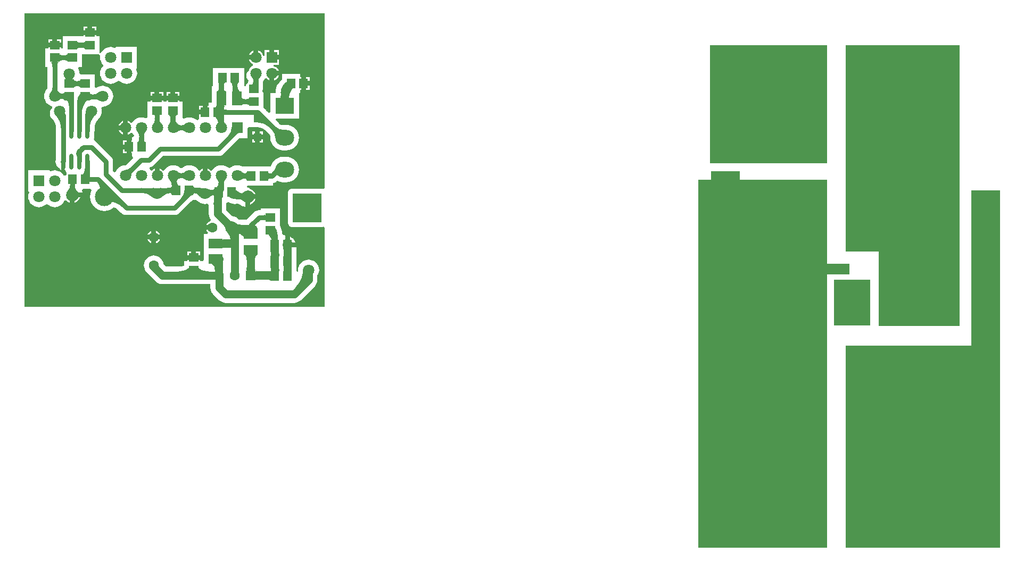
<source format=gbl>
%FSLAX25Y25*%
%MOIN*%
G70*
G01*
G75*
G04 Layer_Physical_Order=2*
G04 Layer_Color=16711680*
%ADD10C,0.03000*%
%ADD11C,0.05000*%
%ADD12R,0.09055X0.05906*%
%ADD13R,0.05906X0.05512*%
%ADD14R,0.05512X0.05906*%
%ADD15R,0.18000X0.19000*%
%ADD16R,0.18000X0.18000*%
%ADD17C,0.09843*%
%ADD18C,0.05906*%
%ADD19C,0.07087*%
%ADD20R,0.07087X0.07087*%
%ADD21C,0.07874*%
%ADD22C,0.06299*%
%ADD23R,0.06299X0.06299*%
%ADD24C,0.06299*%
%ADD25C,0.27000*%
%ADD26O,0.11811X0.09843*%
%ADD27R,0.11811X0.09843*%
%ADD28R,0.07087X0.07087*%
%ADD29C,0.11811*%
%ADD30R,0.05906X0.09055*%
%ADD31O,0.02756X0.09843*%
%ADD32R,0.04803X0.04921*%
%ADD33C,0.06000*%
%ADD34R,0.23000X0.29000*%
%ADD35R,0.50800X0.48500*%
%ADD36R,0.25000X0.07000*%
%ADD37R,0.71440X1.29200*%
%ADD38R,0.94240X1.26700*%
%ADD39R,0.80583X2.30800*%
%ADD40R,0.73443X0.74200*%
%ADD41R,0.26000X0.12800*%
%ADD42R,0.18000X2.24000*%
G36*
X2788000Y858447D02*
X2787994Y858436D01*
X2787000Y857833D01*
X2786783Y857923D01*
X2786000Y858026D01*
X2768000D01*
X2767217Y857923D01*
X2766487Y857621D01*
X2765860Y857140D01*
X2765380Y856513D01*
X2765077Y855783D01*
X2764974Y855000D01*
Y837000D01*
X2765077Y836217D01*
X2765380Y835487D01*
X2765860Y834860D01*
X2766487Y834379D01*
X2767217Y834077D01*
X2768000Y833974D01*
X2786000D01*
X2786783Y834077D01*
X2787000Y834167D01*
X2788000Y833560D01*
Y784000D01*
X2600000D01*
Y968000D01*
X2788000D01*
Y858447D01*
D02*
G37*
%LPC*%
G36*
X2663926Y888153D02*
X2661670D01*
Y885700D01*
X2663926D01*
Y888153D01*
D02*
G37*
G36*
X2684870Y826217D02*
X2682500D01*
Y823846D01*
X2683093Y824092D01*
X2683960Y824757D01*
X2684625Y825624D01*
X2684870Y826217D01*
D02*
G37*
G36*
X2711626Y909953D02*
X2709370D01*
Y907500D01*
X2711626D01*
Y909953D01*
D02*
G37*
G36*
X2679500Y831587D02*
X2678907Y831341D01*
X2678041Y830676D01*
X2677375Y829809D01*
X2677130Y829216D01*
X2679500D01*
Y831587D01*
D02*
G37*
G36*
X2686953Y918630D02*
X2684500D01*
Y916374D01*
X2686953D01*
Y918630D01*
D02*
G37*
G36*
X2691500D02*
X2689047D01*
Y916374D01*
X2691500D01*
Y918630D01*
D02*
G37*
G36*
X2679500Y826217D02*
X2677130D01*
X2677375Y825624D01*
X2678041Y824757D01*
X2678907Y824092D01*
X2679500Y823846D01*
Y826217D01*
D02*
G37*
G36*
X2681500Y918630D02*
X2679047D01*
Y916374D01*
X2681500D01*
Y918630D01*
D02*
G37*
G36*
X2682500Y831587D02*
Y829216D01*
X2684870D01*
X2684625Y829809D01*
X2683960Y830676D01*
X2683093Y831341D01*
X2682500Y831587D01*
D02*
G37*
G36*
X2661800Y900496D02*
X2661009Y900169D01*
X2660060Y899440D01*
X2659331Y898491D01*
X2659004Y897700D01*
X2661800D01*
Y900496D01*
D02*
G37*
G36*
X2634915Y852500D02*
X2631500D01*
Y849277D01*
X2632490Y849687D01*
X2633521Y850479D01*
X2634312Y851510D01*
X2634633Y852284D01*
X2634915Y852500D01*
D02*
G37*
G36*
X2749402Y893847D02*
X2747500D01*
Y891886D01*
X2749402D01*
Y893847D01*
D02*
G37*
G36*
X2661800Y894700D02*
X2659004D01*
X2659331Y893909D01*
X2660060Y892960D01*
X2661009Y892231D01*
X2661800Y891904D01*
Y894700D01*
D02*
G37*
G36*
X2744500Y888886D02*
X2742598D01*
Y886925D01*
X2744500D01*
Y888886D01*
D02*
G37*
G36*
Y893847D02*
X2742598D01*
Y891886D01*
X2744500D01*
Y893847D01*
D02*
G37*
G36*
X2744723Y851500D02*
X2741500D01*
Y848085D01*
X2741716Y848367D01*
X2742490Y848687D01*
X2743521Y849479D01*
X2744312Y850510D01*
X2744723Y851500D01*
D02*
G37*
G36*
X2749402Y888886D02*
X2747500D01*
Y886925D01*
X2749402D01*
Y888886D01*
D02*
G37*
G36*
X2696953Y918630D02*
X2694500D01*
Y916374D01*
X2696953D01*
Y918630D01*
D02*
G37*
G36*
X2759543Y944876D02*
X2756500D01*
Y941832D01*
X2759543D01*
Y944876D01*
D02*
G37*
G36*
X2617500Y951756D02*
X2615047D01*
Y949500D01*
X2617500D01*
Y951756D01*
D02*
G37*
G36*
X2759296Y928832D02*
X2756500D01*
Y926036D01*
X2757291Y926364D01*
X2758240Y927092D01*
X2758969Y928041D01*
X2759296Y928832D01*
D02*
G37*
G36*
X2743500Y944629D02*
X2742709Y944301D01*
X2741760Y943573D01*
X2741031Y942624D01*
X2740704Y941832D01*
X2743500D01*
Y944629D01*
D02*
G37*
G36*
X2639500Y959630D02*
X2637047D01*
Y957374D01*
X2639500D01*
Y959630D01*
D02*
G37*
G36*
X2644953D02*
X2642500D01*
Y957374D01*
X2644953D01*
Y959630D01*
D02*
G37*
G36*
X2622953Y951756D02*
X2620500D01*
Y949500D01*
X2622953D01*
Y951756D01*
D02*
G37*
G36*
X2644953Y954374D02*
X2637047D01*
Y953756D01*
X2633046D01*
X2632941Y953770D01*
X2632835Y953756D01*
X2624047D01*
Y945882D01*
X2622953D01*
Y946500D01*
X2615047D01*
Y945882D01*
X2613047D01*
Y937488D01*
X2613033Y937382D01*
X2613047Y937277D01*
Y934370D01*
X2614461D01*
Y921607D01*
X2614346Y920654D01*
X2614213Y920481D01*
X2613533Y919653D01*
X2612926Y918516D01*
X2612551Y917283D01*
X2612425Y916000D01*
X2612551Y914717D01*
X2612926Y913484D01*
X2613533Y912347D01*
X2614351Y911351D01*
X2615347Y910533D01*
X2616484Y909925D01*
X2617161Y909720D01*
X2617288Y909543D01*
X2617418Y908597D01*
X2617246Y908465D01*
X2616524Y907525D01*
X2616071Y906430D01*
X2615916Y905255D01*
X2616071Y904080D01*
X2616524Y902986D01*
X2617246Y902046D01*
X2617246D01*
X2617289Y902044D01*
X2618383Y900710D01*
X2619211Y899161D01*
X2619721Y897480D01*
X2619861Y896056D01*
Y894346D01*
Y876767D01*
X2619616Y876175D01*
X2619461Y875000D01*
X2619616Y873825D01*
X2620069Y872731D01*
X2620791Y871791D01*
X2621731Y871069D01*
X2622093Y870919D01*
X2622160Y870583D01*
X2622686Y869797D01*
X2622900Y869653D01*
Y875054D01*
X2624984D01*
Y871511D01*
X2625134Y870368D01*
X2625576Y869303D01*
X2625900Y868880D01*
Y868751D01*
X2626057Y868608D01*
X2626370Y867953D01*
Y866832D01*
X2625680Y866163D01*
X2624659Y866294D01*
X2624467Y866653D01*
X2623649Y867649D01*
X2622653Y868467D01*
X2621516Y869075D01*
X2620283Y869449D01*
X2619000Y869575D01*
X2617717Y869449D01*
X2616543Y869092D01*
X2616343Y869064D01*
X2615543Y869543D01*
Y869543D01*
X2602457D01*
Y856457D01*
X2602457D01*
X2602936Y855657D01*
X2602908Y855457D01*
X2602551Y854283D01*
X2602425Y853000D01*
X2602551Y851717D01*
X2602925Y850484D01*
X2603533Y849347D01*
X2604351Y848351D01*
X2605347Y847533D01*
X2606484Y846926D01*
X2607717Y846551D01*
X2609000Y846425D01*
X2610283Y846551D01*
X2611516Y846926D01*
X2612653Y847533D01*
X2613295Y848061D01*
X2614000Y848254D01*
X2614705Y848061D01*
X2615347Y847533D01*
X2616484Y846926D01*
X2617717Y846551D01*
X2619000Y846425D01*
X2620283Y846551D01*
X2621516Y846926D01*
X2622653Y847533D01*
X2623649Y848351D01*
X2624467Y849347D01*
X2625075Y850484D01*
X2625114Y850615D01*
X2626220Y850816D01*
X2626479Y850479D01*
X2627510Y849687D01*
X2628500Y849277D01*
Y854000D01*
X2630000D01*
Y855500D01*
X2636233D01*
X2636262Y855723D01*
X2636107Y856898D01*
X2636046Y857047D01*
X2636714Y858047D01*
X2641466D01*
X2642065Y857047D01*
X2641733Y856425D01*
X2641223Y854746D01*
X2641051Y853000D01*
X2641223Y851254D01*
X2641733Y849576D01*
X2642559Y848028D01*
X2643672Y846672D01*
X2645028Y845560D01*
X2646576Y844733D01*
X2648254Y844223D01*
X2650000Y844051D01*
X2651746Y844223D01*
X2653424Y844733D01*
X2654972Y845560D01*
X2655906Y846326D01*
X2656910Y845910D01*
X2658447Y844969D01*
X2659067Y844439D01*
X2659801Y843781D01*
X2659801Y843781D01*
Y843781D01*
X2660485Y843097D01*
X2660791Y842791D01*
X2661731Y842069D01*
X2662825Y841616D01*
X2664000Y841461D01*
X2694000D01*
X2695175Y841616D01*
X2696269Y842069D01*
X2697209Y842791D01*
X2704410Y849991D01*
X2704865Y850413D01*
X2705117Y850617D01*
X2705355Y850790D01*
X2705552Y850914D01*
X2705699Y850993D01*
X2705789Y851032D01*
X2705796Y851034D01*
X2705890Y851041D01*
X2705923Y851047D01*
X2707779D01*
X2707882Y850922D01*
X2708145Y850579D01*
X2708195Y850541D01*
X2708351Y850351D01*
X2709347Y849533D01*
X2710484Y848925D01*
X2711717Y848551D01*
X2713000Y848425D01*
X2714283Y848551D01*
X2714649Y848663D01*
X2715453Y848067D01*
Y842311D01*
X2715642Y840875D01*
X2716196Y839537D01*
X2716791Y838761D01*
X2716764Y838387D01*
X2716537Y837751D01*
X2716428Y837623D01*
X2715707Y837325D01*
X2714841Y836660D01*
X2714175Y835793D01*
X2713930Y835200D01*
X2717800D01*
Y832200D01*
X2713930D01*
X2714175Y831607D01*
X2714841Y830741D01*
X2714955Y830653D01*
X2714615Y829653D01*
X2712272D01*
Y817747D01*
Y813624D01*
X2711953Y812756D01*
X2709953D01*
Y813374D01*
X2702047D01*
Y812756D01*
X2700047D01*
Y809914D01*
X2699654Y809704D01*
X2698460Y809342D01*
X2697504Y809247D01*
X2688598D01*
X2687107Y810739D01*
X2687061Y811205D01*
X2687021Y811335D01*
X2687008Y811436D01*
X2686944Y811591D01*
X2686709Y812365D01*
X2686138Y813433D01*
X2685369Y814369D01*
X2684433Y815138D01*
X2683365Y815709D01*
X2682206Y816061D01*
X2681000Y816179D01*
X2679795Y816061D01*
X2678635Y815709D01*
X2677567Y815138D01*
X2676631Y814369D01*
X2675862Y813433D01*
X2675291Y812365D01*
X2674939Y811205D01*
X2674821Y810000D01*
X2674939Y808794D01*
X2675291Y807635D01*
X2675862Y806567D01*
X2676631Y805630D01*
X2676691Y805581D01*
X2677077Y805077D01*
X2678893Y803261D01*
X2678893Y803261D01*
X2682377Y799777D01*
X2683526Y798896D01*
X2684864Y798342D01*
X2686300Y798152D01*
X2716452D01*
Y796000D01*
X2716642Y794564D01*
X2717196Y793226D01*
X2718077Y792077D01*
X2722077Y788077D01*
X2722077Y788077D01*
X2723226Y787196D01*
X2724564Y786642D01*
X2726000Y786452D01*
X2769000D01*
X2770436Y786642D01*
X2771774Y787196D01*
X2772923Y788077D01*
X2775923Y791078D01*
X2775924Y791077D01*
X2775930Y791085D01*
X2776630Y791785D01*
X2781923Y797077D01*
X2782804Y798226D01*
X2783358Y799564D01*
X2783548Y801000D01*
Y803498D01*
X2784075Y804484D01*
X2784449Y805717D01*
X2784575Y807000D01*
X2784449Y808283D01*
X2784075Y809516D01*
X2783467Y810653D01*
X2782649Y811649D01*
X2781653Y812467D01*
X2780516Y813074D01*
X2779283Y813449D01*
X2778000Y813575D01*
X2776717Y813449D01*
X2775484Y813074D01*
X2774347Y812467D01*
X2773351Y811649D01*
X2772533Y810653D01*
X2771926Y809516D01*
X2771551Y808283D01*
X2771471Y807469D01*
X2771471Y807467D01*
X2771409Y806998D01*
X2771411Y806987D01*
X2771371Y806107D01*
X2771326Y805976D01*
X2771284Y805946D01*
X2770284Y806448D01*
Y812700D01*
Y822263D01*
X2770095Y823699D01*
X2769541Y825037D01*
X2768660Y826186D01*
X2768493Y826352D01*
Y826953D01*
X2767883D01*
X2766774Y827804D01*
X2765436Y828358D01*
X2764000Y828547D01*
X2763406Y828469D01*
X2762619Y828953D01*
D01*
X2761790Y829366D01*
X2761611Y829491D01*
X2761547Y829541D01*
X2761361Y831428D01*
X2760810Y833243D01*
X2759953Y834847D01*
Y837756D01*
Y845630D01*
X2748047D01*
Y844539D01*
X2747000D01*
X2745825Y844384D01*
X2744731Y843931D01*
X2743791Y843209D01*
X2739129Y838548D01*
X2735512D01*
X2734550Y838639D01*
X2734215Y838896D01*
X2733484Y839496D01*
X2732279Y840140D01*
X2730971Y840537D01*
X2730652Y840568D01*
X2730154Y841002D01*
X2726547Y844609D01*
Y849040D01*
X2727577Y849581D01*
X2728326Y849181D01*
X2730118Y848638D01*
X2731982Y848454D01*
Y848454D01*
X2732571Y848461D01*
X2734192D01*
X2734228Y848454D01*
X2735067Y848067D01*
X2735067D01*
X2736007Y847346D01*
X2737102Y846893D01*
X2738277Y846738D01*
X2738500Y846767D01*
Y853000D01*
X2740000D01*
Y854500D01*
X2744723D01*
X2744312Y855490D01*
X2743521Y856521D01*
X2742490Y857312D01*
X2741716Y857633D01*
X2741486Y857933D01*
X2740546Y858654D01*
X2739451Y859107D01*
X2739671Y860047D01*
X2755693D01*
Y861552D01*
X2756175Y861616D01*
X2757269Y862069D01*
X2757710Y862407D01*
X2757739Y862422D01*
X2757814Y862487D01*
X2758209Y862791D01*
X2758380Y862961D01*
X2758970Y862646D01*
X2760463Y862193D01*
X2762016Y862040D01*
X2763984D01*
X2765537Y862193D01*
X2767030Y862646D01*
X2768406Y863382D01*
X2769613Y864372D01*
X2770602Y865578D01*
X2771338Y866954D01*
X2771791Y868447D01*
X2771944Y870000D01*
X2771791Y871553D01*
X2771338Y873046D01*
X2770602Y874422D01*
X2769613Y875628D01*
X2768406Y876618D01*
X2767030Y877354D01*
X2765537Y877807D01*
X2763984Y877960D01*
X2762016D01*
X2760463Y877807D01*
X2758970Y877354D01*
X2757594Y876618D01*
X2756388Y875628D01*
X2755398Y874422D01*
X2754662Y873046D01*
X2754522Y872584D01*
X2754429Y872373D01*
X2754383Y872216D01*
X2754357Y872151D01*
X2754321Y872077D01*
X2754245Y871953D01*
X2739425D01*
X2739319Y871967D01*
X2739214Y871953D01*
X2736418D01*
X2735816Y872274D01*
X2734583Y872649D01*
X2733300Y872775D01*
X2732017Y872649D01*
X2730784Y872274D01*
X2729647Y871667D01*
X2729005Y871140D01*
X2728300Y870946D01*
X2727595Y871140D01*
X2726953Y871667D01*
X2725816Y872274D01*
X2724583Y872649D01*
X2723300Y872775D01*
X2722017Y872649D01*
X2720784Y872274D01*
X2719647Y871667D01*
X2718651Y870849D01*
X2717833Y869853D01*
X2717690Y869585D01*
X2716556Y869442D01*
X2716497Y869474D01*
X2715591Y870169D01*
X2714800Y870496D01*
Y866200D01*
X2711800D01*
Y870496D01*
X2711009Y870169D01*
X2710103Y869474D01*
X2710044Y869442D01*
X2708910Y869585D01*
X2708767Y869853D01*
X2707949Y870849D01*
X2706953Y871667D01*
X2705816Y872274D01*
X2704583Y872649D01*
X2703300Y872775D01*
X2702017Y872649D01*
X2700784Y872274D01*
X2699647Y871667D01*
X2698879Y871036D01*
X2698300Y870922D01*
X2697721Y871036D01*
X2696953Y871667D01*
X2695816Y872274D01*
X2694583Y872649D01*
X2693300Y872775D01*
X2692017Y872649D01*
X2690784Y872274D01*
X2689647Y871667D01*
X2688651Y870849D01*
X2687833Y869853D01*
X2687690Y869585D01*
X2686556Y869442D01*
X2686497Y869474D01*
X2685591Y870169D01*
X2684800Y870496D01*
Y866200D01*
X2681800D01*
Y870496D01*
X2681009Y870169D01*
X2680103Y869474D01*
X2680044Y869442D01*
X2678910Y869585D01*
X2678767Y869853D01*
X2678248Y870485D01*
X2678607Y871525D01*
X2678626Y871544D01*
X2679175Y871616D01*
X2680269Y872069D01*
X2681209Y872791D01*
X2686880Y878461D01*
X2721475D01*
X2722650Y878616D01*
X2723744Y879069D01*
X2724684Y879791D01*
X2732049Y887155D01*
X2732050Y887155D01*
X2732054Y887161D01*
X2732756Y887862D01*
X2734550Y889657D01*
X2734843D01*
X2734920Y889644D01*
X2735044Y889657D01*
X2739843D01*
Y895948D01*
X2740598Y896539D01*
X2745705D01*
X2746000Y896500D01*
Y896500D01*
X2746025Y896523D01*
X2747456Y896382D01*
X2748856Y895957D01*
X2750146Y895268D01*
X2750522Y894958D01*
X2751259Y894322D01*
X2751259Y894322D01*
Y894322D01*
X2751942Y893639D01*
X2752939Y892642D01*
X2752939Y892642D01*
X2752938Y892642D01*
X2752946Y892636D01*
X2753087Y892494D01*
X2753580Y891852D01*
X2753950Y890958D01*
X2753950Y890956D01*
X2754056Y890000D01*
X2754058Y889985D01*
X2754209Y888447D01*
X2754662Y886954D01*
X2755398Y885578D01*
X2756388Y884372D01*
X2757594Y883382D01*
X2758970Y882646D01*
X2760463Y882193D01*
X2762016Y882040D01*
X2763984D01*
X2765537Y882193D01*
X2767030Y882646D01*
X2768406Y883382D01*
X2769613Y884372D01*
X2770602Y885578D01*
X2771338Y886954D01*
X2771791Y888447D01*
X2771944Y890000D01*
X2771791Y891553D01*
X2771338Y893046D01*
X2770602Y894422D01*
X2769613Y895628D01*
X2768406Y896618D01*
X2767030Y897354D01*
X2765537Y897807D01*
X2763984Y897960D01*
X2763016D01*
X2762016Y897960D01*
X2761059Y898065D01*
X2761037Y898068D01*
X2760126Y898445D01*
X2759396Y899023D01*
X2759395Y899023D01*
X2757264Y901155D01*
X2757647Y902079D01*
X2771906D01*
Y917921D01*
X2772756Y918047D01*
Y920047D01*
X2773374D01*
Y924000D01*
Y927953D01*
X2772756D01*
Y929953D01*
X2761244D01*
Y926530D01*
X2760683Y926051D01*
X2759564Y924741D01*
X2759005Y923829D01*
X2758196Y922774D01*
X2757642Y921436D01*
X2757453Y920000D01*
Y917921D01*
X2754095D01*
Y905839D01*
X2753180Y905424D01*
X2752561Y905867D01*
X2751851Y906568D01*
X2751402Y907017D01*
Y907461D01*
X2750958D01*
X2749753Y908666D01*
Y918356D01*
X2749386D01*
X2749047Y918808D01*
X2748893Y919356D01*
X2748931Y919405D01*
X2749384Y920499D01*
X2749539Y921674D01*
X2749539Y921674D01*
Y924726D01*
X2749654Y925678D01*
X2750376Y926618D01*
X2750546Y927030D01*
X2751691Y927181D01*
X2751760Y927092D01*
X2752709Y926364D01*
X2753500Y926036D01*
Y930332D01*
X2755000D01*
Y931832D01*
X2759296D01*
X2758969Y932623D01*
X2758240Y933573D01*
X2757291Y934301D01*
X2756186Y934759D01*
X2755956Y934789D01*
X2756021Y935789D01*
X2759543D01*
Y938832D01*
X2755000D01*
Y940332D01*
X2753500D01*
Y944876D01*
X2750457D01*
Y941353D01*
X2749457Y941288D01*
X2749426Y941518D01*
X2748969Y942624D01*
X2748240Y943573D01*
X2747291Y944301D01*
X2746500Y944629D01*
Y940332D01*
X2745000D01*
Y938832D01*
X2740704D01*
X2741031Y938041D01*
X2741760Y937092D01*
X2742709Y936364D01*
X2743143Y936184D01*
Y935102D01*
X2742731Y934931D01*
X2741791Y934209D01*
X2741069Y933269D01*
X2740694Y932364D01*
X2740346Y932097D01*
X2739624Y931157D01*
X2739171Y930062D01*
X2739016Y928887D01*
X2739171Y927713D01*
X2739624Y926618D01*
X2740346Y925678D01*
X2740125Y924950D01*
X2739899Y924572D01*
X2739899Y924572D01*
X2739178Y923631D01*
X2738725Y922537D01*
X2738671Y922128D01*
X2737556D01*
Y924554D01*
X2737570Y924659D01*
X2737556Y924765D01*
Y933553D01*
X2718170D01*
Y924759D01*
X2718156Y924652D01*
X2718158Y924638D01*
X2718156Y924624D01*
X2718170Y924529D01*
Y922128D01*
X2717347D01*
Y919221D01*
X2717333Y919116D01*
X2717347Y919010D01*
Y911953D01*
X2715244D01*
Y909953D01*
X2714626D01*
Y906000D01*
X2713126D01*
Y904500D01*
X2709370D01*
Y902047D01*
X2709370Y902047D01*
X2709370D01*
X2709370Y902047D01*
X2709052Y901179D01*
X2709005Y901140D01*
X2708300Y900946D01*
X2707595Y901140D01*
X2706953Y901667D01*
X2705816Y902275D01*
X2704583Y902649D01*
X2703300Y902775D01*
X2702017Y902649D01*
X2700784Y902275D01*
X2699953Y901830D01*
X2699143Y902192D01*
X2698953Y902391D01*
Y904151D01*
X2698967Y904256D01*
X2698953Y904362D01*
Y912756D01*
X2696953D01*
Y913374D01*
X2689047D01*
Y912756D01*
X2686953D01*
Y913374D01*
X2679047D01*
Y912756D01*
X2677047D01*
Y902750D01*
X2676047Y902151D01*
X2675816Y902275D01*
X2674583Y902649D01*
X2673300Y902775D01*
X2672017Y902649D01*
X2670784Y902275D01*
X2669647Y901667D01*
X2668651Y900849D01*
X2667833Y899853D01*
X2667690Y899585D01*
X2666556Y899442D01*
X2666497Y899474D01*
X2665591Y900169D01*
X2664800Y900496D01*
Y896200D01*
Y891904D01*
X2665591Y892231D01*
X2666497Y892926D01*
X2666556Y892958D01*
X2667690Y892815D01*
X2667833Y892547D01*
X2668513Y891719D01*
X2668646Y891546D01*
X2668693Y891153D01*
X2667949Y890153D01*
X2667544D01*
Y888153D01*
X2666926D01*
Y884200D01*
Y880247D01*
X2667544D01*
Y878247D01*
X2667622D01*
X2668004Y877323D01*
X2664055Y873374D01*
X2663300Y872782D01*
X2663084Y872754D01*
X2662017Y872649D01*
X2660784Y872274D01*
X2659647Y871667D01*
X2658651Y870849D01*
X2657833Y869853D01*
X2657225Y868716D01*
X2657173Y868543D01*
X2656243Y868294D01*
X2655539Y868908D01*
Y875000D01*
X2655384Y876175D01*
X2654931Y877269D01*
X2654209Y878209D01*
X2645209Y887209D01*
X2644269Y887931D01*
X2644029Y888030D01*
X2643971Y888071D01*
X2643732Y888456D01*
X2643520Y889308D01*
X2643665Y889660D01*
X2643816Y890802D01*
Y893214D01*
X2643939Y894149D01*
Y896056D01*
X2644079Y897480D01*
X2644589Y899161D01*
X2645417Y900710D01*
X2645911Y901312D01*
X2646554Y902046D01*
X2646687Y902219D01*
X2647367Y903047D01*
X2647975Y904184D01*
X2648349Y905417D01*
X2648475Y906700D01*
X2648349Y907983D01*
X2648192Y908500D01*
X2648955Y909429D01*
X2649000Y909425D01*
X2650283Y909551D01*
X2651516Y909925D01*
X2652653Y910533D01*
X2653649Y911351D01*
X2654467Y912347D01*
X2655075Y913484D01*
X2655449Y914717D01*
X2655575Y916000D01*
X2655449Y917283D01*
X2655075Y918516D01*
X2654467Y919653D01*
X2653649Y920649D01*
X2652653Y921467D01*
X2651516Y922075D01*
X2650283Y922449D01*
X2649000Y922575D01*
X2647717Y922449D01*
X2646484Y922075D01*
X2645347Y921467D01*
X2644953Y921143D01*
X2643953Y921616D01*
Y929630D01*
X2635543D01*
X2634910Y929872D01*
X2634530Y930452D01*
X2634449Y931283D01*
X2634075Y932516D01*
X2633618Y933370D01*
X2634049Y934370D01*
X2635953D01*
Y942244D01*
X2637954D01*
X2638059Y942230D01*
X2638165Y942244D01*
X2646539D01*
X2646539Y942244D01*
X2646951Y942058D01*
X2647520Y941293D01*
X2647425Y940332D01*
X2647551Y939050D01*
X2647926Y937816D01*
X2648533Y936679D01*
X2649351Y935683D01*
Y934982D01*
X2648533Y933985D01*
X2647926Y932848D01*
X2647551Y931615D01*
X2647425Y930332D01*
X2647551Y929050D01*
X2647926Y927816D01*
X2648533Y926679D01*
X2649351Y925683D01*
X2650347Y924865D01*
X2651484Y924258D01*
X2652717Y923884D01*
X2654000Y923757D01*
X2655283Y923884D01*
X2656516Y924258D01*
X2657653Y924865D01*
X2658295Y925393D01*
X2659000Y925587D01*
X2659705Y925393D01*
X2660347Y924865D01*
X2661484Y924258D01*
X2662717Y923884D01*
X2664000Y923757D01*
X2665283Y923884D01*
X2666516Y924258D01*
X2667653Y924865D01*
X2668649Y925683D01*
X2669467Y926679D01*
X2670074Y927816D01*
X2670449Y929050D01*
X2670575Y930332D01*
X2670449Y931615D01*
X2670093Y932789D01*
X2670064Y932989D01*
X2670543Y933789D01*
X2670543D01*
Y946876D01*
X2657457D01*
Y946876D01*
X2656657Y946396D01*
X2656457Y946425D01*
X2655283Y946781D01*
X2654000Y946907D01*
X2652717Y946781D01*
X2651484Y946407D01*
X2650347Y945799D01*
X2649351Y944981D01*
X2648533Y943985D01*
X2648214Y943388D01*
X2647383Y942981D01*
X2647383D01*
Y942981D01*
X2646953Y943087D01*
X2646953Y943133D01*
X2646953Y943133D01*
X2646953Y943138D01*
Y953756D01*
X2644953D01*
Y954374D01*
D02*
G37*
G36*
X2778630Y922500D02*
X2776374D01*
Y920047D01*
X2778630D01*
Y922500D01*
D02*
G37*
G36*
X2704500Y818630D02*
X2702047D01*
Y816374D01*
X2704500D01*
Y818630D01*
D02*
G37*
G36*
X2709953D02*
X2707500D01*
Y816374D01*
X2709953D01*
Y818630D01*
D02*
G37*
G36*
X2778630Y927953D02*
X2776374D01*
Y925500D01*
X2778630D01*
Y927953D01*
D02*
G37*
G36*
X2663926Y882700D02*
X2661670D01*
Y880247D01*
X2663926D01*
Y882700D01*
D02*
G37*
%LPD*%
G36*
X2682058Y858416D02*
X2679511Y854381D01*
X2679454Y854593D01*
X2679362Y854784D01*
X2679235Y854952D01*
X2679073Y855097D01*
X2678876Y855220D01*
X2678644Y855321D01*
X2678377Y855399D01*
X2678075Y855455D01*
X2677738Y855489D01*
X2677366Y855500D01*
X2680322Y858500D01*
X2682058Y858416D01*
D02*
G37*
G36*
X2725594Y863469D02*
X2725427Y863250D01*
X2725280Y863013D01*
X2725153Y862759D01*
X2725045Y862488D01*
X2724957Y862198D01*
X2724888Y861891D01*
X2724839Y861566D01*
X2724810Y861224D01*
X2724800Y860864D01*
X2724717D01*
X2724544Y858838D01*
X2720300Y858826D01*
X2720585Y858856D01*
X2720840Y858947D01*
X2721065Y859099D01*
X2721260Y859310D01*
X2721425Y859581D01*
X2721560Y859912D01*
X2721665Y860303D01*
X2721740Y860755D01*
X2721785Y861266D01*
X2721785Y861280D01*
X2721761Y861566D01*
X2721712Y861891D01*
X2721643Y862198D01*
X2721555Y862488D01*
X2721447Y862759D01*
X2721320Y863013D01*
X2721173Y863250D01*
X2721006Y863469D01*
X2720820Y863670D01*
X2725780D01*
X2725594Y863469D01*
D02*
G37*
G36*
X2654085Y857265D02*
X2646829Y857982D01*
X2647163Y858230D01*
X2647417Y858498D01*
X2647590Y858785D01*
X2647683Y859091D01*
X2647695Y859417D01*
X2647626Y859762D01*
X2647477Y860126D01*
X2647247Y860509D01*
X2646936Y860912D01*
X2646545Y861334D01*
X2649777Y862344D01*
X2654085Y857265D01*
D02*
G37*
G36*
X2719056Y857460D02*
X2719233Y857469D01*
Y853931D01*
X2719132Y853982D01*
X2719056Y854000D01*
Y852956D01*
X2719026Y853192D01*
X2718936Y853404D01*
X2718786Y853590D01*
X2718576Y853752D01*
X2718306Y853889D01*
X2717976Y854001D01*
X2717586Y854088D01*
X2717542Y854094D01*
X2717262Y854019D01*
X2716990Y853917D01*
X2716741Y853793D01*
X2716514Y853646D01*
X2716310Y853476D01*
X2716129Y853284D01*
X2715971Y853069D01*
X2715749Y854169D01*
X2714000Y854200D01*
Y857200D01*
X2715126Y857258D01*
X2714991Y857931D01*
X2715214Y857792D01*
X2715452Y857668D01*
X2715705Y857558D01*
X2715974Y857463D01*
X2716257Y857383D01*
X2716504Y857329D01*
X2717812Y857396D01*
X2717976Y857440D01*
X2718306Y857575D01*
X2718576Y857740D01*
X2718786Y857935D01*
X2718936Y858160D01*
X2719026Y858415D01*
X2719056Y858700D01*
Y857460D01*
D02*
G37*
G36*
X2688634Y855500D02*
X2688262Y855489D01*
X2687925Y855455D01*
X2687623Y855399D01*
X2687356Y855321D01*
X2687124Y855220D01*
X2686927Y855097D01*
X2686765Y854952D01*
X2686638Y854784D01*
X2686546Y854593D01*
X2686489Y854381D01*
X2683942Y858416D01*
X2685678Y858500D01*
X2688634Y855500D01*
D02*
G37*
G36*
X2705711Y859667D02*
X2705801Y859422D01*
X2705951Y859206D01*
X2706161Y859019D01*
X2706431Y858860D01*
X2706761Y858731D01*
X2707151Y858630D01*
X2707601Y858558D01*
X2708111Y858514D01*
X2708681Y858500D01*
Y858485D01*
X2712058Y858416D01*
X2709511Y854381D01*
X2709454Y854593D01*
X2709362Y854784D01*
X2709235Y854952D01*
X2709073Y855097D01*
X2708876Y855220D01*
X2708644Y855321D01*
X2708377Y855399D01*
X2708075Y855455D01*
X2707927Y855470D01*
X2707601Y855442D01*
X2707151Y855370D01*
X2706761Y855270D01*
X2706431Y855140D01*
X2706161Y854981D01*
X2705951Y854794D01*
X2705801Y854578D01*
X2705711Y854333D01*
X2705681Y854059D01*
Y859941D01*
X2705711Y859667D01*
D02*
G37*
G36*
X2692319Y854059D02*
X2692289Y854333D01*
X2692199Y854578D01*
X2692049Y854794D01*
X2691839Y854981D01*
X2691569Y855140D01*
X2691239Y855270D01*
X2690849Y855370D01*
X2690399Y855442D01*
X2689889Y855486D01*
X2689319Y855500D01*
Y858500D01*
X2689889Y858514D01*
X2690399Y858558D01*
X2690849Y858630D01*
X2691239Y858731D01*
X2691569Y858860D01*
X2691839Y859019D01*
X2692049Y859206D01*
X2692199Y859422D01*
X2692289Y859667D01*
X2692319Y859941D01*
Y854059D01*
D02*
G37*
G36*
X2745933Y816709D02*
X2745590Y816559D01*
X2745288Y816309D01*
X2745026Y815959D01*
X2744804Y815509D01*
X2744622Y814959D01*
X2744481Y814309D01*
X2744381Y813559D01*
X2744320Y812709D01*
X2744300Y811778D01*
X2744306Y810888D01*
X2744530Y807638D01*
X2744612Y807288D01*
X2744708Y807038D01*
X2744817Y806888D01*
X2744938Y806838D01*
X2738662D01*
X2738783Y806888D01*
X2738892Y807038D01*
X2738988Y807288D01*
X2739071Y807638D01*
X2739141Y808088D01*
X2739243Y809288D01*
X2739294Y810888D01*
X2739300Y811778D01*
X2739280Y812709D01*
X2739119Y814309D01*
X2738977Y814959D01*
X2738796Y815509D01*
X2738574Y815959D01*
X2738312Y816309D01*
X2738010Y816559D01*
X2737667Y816709D01*
X2737284Y816759D01*
X2746316D01*
X2745933Y816709D01*
D02*
G37*
G36*
X2759391Y820059D02*
X2759607D01*
X2759561Y820009D01*
X2759519Y819859D01*
X2759483Y819609D01*
X2759451Y819259D01*
X2759443Y819008D01*
X2759607Y815641D01*
X2759366D01*
X2759363Y815059D01*
X2754363D01*
X2754335Y815641D01*
X2754119D01*
X2754165Y815691D01*
X2754207Y815841D01*
X2754243Y816091D01*
X2754275Y816441D01*
X2754283Y816692D01*
X2754119Y820059D01*
X2754360D01*
X2754363Y820641D01*
X2759363D01*
X2759391Y820059D01*
D02*
G37*
G36*
X2724316Y810892D02*
X2724313Y810841D01*
X2724302Y809091D01*
X2724300Y805892D01*
X2719300D01*
X2719275Y806843D01*
X2719200Y807695D01*
X2719075Y808446D01*
X2718900Y809097D01*
X2718675Y809649D01*
X2718400Y810100D01*
X2718075Y810451D01*
X2717700Y810702D01*
X2717275Y810853D01*
X2716800Y810903D01*
X2724316Y810892D01*
D02*
G37*
G36*
X2744988Y806717D02*
X2745138Y806608D01*
X2745388Y806512D01*
X2745738Y806429D01*
X2746188Y806359D01*
X2747388Y806257D01*
X2748988Y806206D01*
X2749938Y806200D01*
Y806190D01*
X2754119Y806141D01*
Y800259D01*
X2754069Y800438D01*
X2753919Y800598D01*
X2753669Y800739D01*
X2753319Y800861D01*
X2752869Y800965D01*
X2752319Y801050D01*
X2750919Y801162D01*
X2749318Y801196D01*
X2748988Y801194D01*
X2745738Y800970D01*
X2745388Y800888D01*
X2745138Y800792D01*
X2744988Y800683D01*
X2744938Y800562D01*
Y806838D01*
X2744988Y806717D01*
D02*
G37*
G36*
X2759430Y809759D02*
X2759607D01*
X2759561Y809709D01*
X2759519Y809559D01*
X2759483Y809309D01*
X2759463Y809093D01*
X2759607Y806141D01*
X2759370D01*
X2759363Y804759D01*
X2754363D01*
X2754296Y806141D01*
X2754119D01*
X2754165Y806191D01*
X2754207Y806341D01*
X2754243Y806591D01*
X2754263Y806807D01*
X2754119Y809759D01*
X2754355D01*
X2754363Y811141D01*
X2759363D01*
X2759430Y809759D01*
D02*
G37*
G36*
X2724366Y826557D02*
X2724516Y826482D01*
X2724766Y826416D01*
X2725116Y826359D01*
X2725566Y826310D01*
X2727516Y826218D01*
X2729316Y826200D01*
Y821200D01*
X2728366Y821196D01*
X2724766Y820984D01*
X2724516Y820918D01*
X2724366Y820843D01*
X2724316Y820759D01*
Y826641D01*
X2724366Y826557D01*
D02*
G37*
G36*
X2659344Y852777D02*
X2658334Y849545D01*
X2657912Y849936D01*
X2657509Y850247D01*
X2657126Y850477D01*
X2656762Y850626D01*
X2656417Y850695D01*
X2656091Y850683D01*
X2655785Y850591D01*
X2655498Y850417D01*
X2655230Y850163D01*
X2654982Y849829D01*
X2654265Y857085D01*
X2659344Y852777D01*
D02*
G37*
G36*
X2705681Y854059D02*
X2705375Y854038D01*
X2705056Y853974D01*
X2704725Y853868D01*
X2704381Y853720D01*
X2704025Y853529D01*
X2703657Y853296D01*
X2703276Y853020D01*
X2702883Y852702D01*
X2702059Y851938D01*
X2698072Y852193D01*
X2698742Y852884D01*
X2699778Y854089D01*
X2700143Y854602D01*
X2700407Y855056D01*
X2700570Y855451D01*
X2700631Y855786D01*
X2700591Y856062D01*
X2700448Y856278D01*
X2700205Y856436D01*
X2705681Y854059D01*
D02*
G37*
G36*
X2724346Y852906D02*
X2724168Y852756D01*
X2724011Y852506D01*
X2723876Y852156D01*
X2723761Y851706D01*
X2723667Y851156D01*
X2723594Y850506D01*
X2723510Y848906D01*
X2723500Y847956D01*
X2718500D01*
X2719056Y852956D01*
X2724544D01*
X2724346Y852906D01*
D02*
G37*
G36*
X2732944Y835834D02*
X2733062Y835764D01*
X2733220Y835702D01*
X2733419Y835648D01*
X2733660Y835603D01*
X2733941Y835566D01*
X2734626Y835516D01*
X2735475Y835500D01*
X2734267Y830500D01*
X2733820Y830498D01*
X2734300Y828065D01*
X2729300Y827413D01*
X2729296Y827858D01*
X2729196Y829187D01*
X2729150Y829406D01*
X2729096Y829580D01*
X2729033Y829709D01*
X2728963Y829792D01*
X2728884Y829831D01*
X2732133Y831844D01*
X2732868Y835912D01*
X2732944Y835834D01*
D02*
G37*
G36*
X2727876Y838974D02*
X2729240Y837784D01*
X2729376Y837702D01*
X2729487Y837653D01*
X2729572Y837637D01*
X2725674Y833739D01*
X2725658Y833824D01*
X2725609Y833935D01*
X2725527Y834071D01*
X2725412Y834234D01*
X2725081Y834636D01*
X2724618Y835143D01*
X2724022Y835753D01*
X2727558Y839289D01*
X2727876Y838974D01*
D02*
G37*
G36*
X2752692Y868163D02*
X2752762Y868024D01*
X2752879Y867901D01*
X2753042Y867795D01*
X2753252Y867705D01*
X2753508Y867631D01*
X2753811Y867574D01*
X2754161Y867533D01*
X2754557Y867508D01*
X2755000Y867500D01*
Y864500D01*
X2754557Y864492D01*
X2753811Y864426D01*
X2753508Y864369D01*
X2753252Y864295D01*
X2753042Y864205D01*
X2752879Y864099D01*
X2752762Y863976D01*
X2752692Y863836D01*
X2752669Y863681D01*
Y868319D01*
X2752692Y868163D01*
D02*
G37*
G36*
X2640960Y918215D02*
X2641050Y917960D01*
X2641201Y917735D01*
X2641412Y917540D01*
X2641684Y917375D01*
X2642015Y917240D01*
X2642406Y917135D01*
X2642858Y917060D01*
X2643369Y917015D01*
X2643691Y917007D01*
X2643837Y917011D01*
X2644178Y917044D01*
X2644497Y917099D01*
X2644796Y917176D01*
X2645074Y917275D01*
X2645330Y917395D01*
X2645565Y917538D01*
X2645780Y917703D01*
X2645973Y917890D01*
X2646145Y918098D01*
X2646845Y913187D01*
X2646625Y913342D01*
X2646390Y913480D01*
X2646139Y913602D01*
X2645873Y913708D01*
X2645591Y913797D01*
X2645293Y913870D01*
X2644981Y913927D01*
X2644652Y913968D01*
X2643949Y914000D01*
X2643941Y914053D01*
Y914000D01*
X2643371Y913993D01*
X2642021Y913881D01*
X2641691Y913814D01*
X2641421Y913732D01*
X2641211Y913636D01*
X2641061Y913524D01*
X2640971Y913397D01*
X2640941Y913256D01*
X2640929Y918500D01*
X2640960Y918215D01*
D02*
G37*
G36*
X2638468Y913268D02*
X2638376Y913285D01*
X2638243Y913251D01*
X2638071Y913166D01*
X2637860Y913030D01*
X2637608Y912842D01*
X2636986Y912313D01*
X2635756Y911135D01*
X2633339Y912961D01*
X2633734Y913361D01*
X2634820Y914586D01*
X2634969Y914799D01*
X2635068Y914973D01*
X2635118Y915110D01*
X2635119Y915210D01*
X2635071Y915271D01*
X2638468Y913268D01*
D02*
G37*
G36*
X2625059Y913256D02*
X2625029Y913492D01*
X2624939Y913704D01*
X2624789Y913890D01*
X2624579Y914052D01*
X2624309Y914189D01*
X2623979Y914301D01*
X2623589Y914388D01*
X2623361Y914420D01*
X2623309Y914412D01*
X2623002Y914343D01*
X2622712Y914255D01*
X2622441Y914147D01*
X2622186Y914020D01*
X2621950Y913873D01*
X2621731Y913706D01*
X2621530Y913520D01*
Y918480D01*
X2621731Y918294D01*
X2621950Y918127D01*
X2622186Y917980D01*
X2622441Y917853D01*
X2622712Y917745D01*
X2623002Y917657D01*
X2623309Y917588D01*
X2623330Y917585D01*
X2623589Y917612D01*
X2623979Y917699D01*
X2624309Y917811D01*
X2624579Y917948D01*
X2624789Y918110D01*
X2624939Y918296D01*
X2625029Y918508D01*
X2625059Y918744D01*
Y913256D01*
D02*
G37*
G36*
X2724146Y910084D02*
X2726241D01*
X2725967Y910054D01*
X2725722Y909964D01*
X2725506Y909814D01*
X2725319Y909604D01*
X2725160Y909334D01*
X2725031Y909004D01*
X2724930Y908614D01*
X2724858Y908164D01*
X2724821Y907732D01*
X2724824Y907730D01*
X2725214Y907630D01*
X2725664Y907558D01*
X2726174Y907514D01*
X2726744Y907500D01*
Y904500D01*
X2726174Y904486D01*
X2725664Y904442D01*
X2725214Y904370D01*
X2724824Y904270D01*
X2724494Y904140D01*
X2724224Y903981D01*
X2724014Y903794D01*
X2723864Y903578D01*
X2723774Y903333D01*
X2723744Y903059D01*
Y907084D01*
X2721800D01*
X2721786Y907654D01*
X2721742Y908164D01*
X2721670Y908614D01*
X2721588Y908933D01*
X2720300Y908929D01*
X2720585Y908960D01*
X2720840Y909051D01*
X2721065Y909202D01*
X2721260Y909413D01*
X2721328Y909525D01*
X2721281Y909604D01*
X2721094Y909814D01*
X2720878Y909964D01*
X2720633Y910054D01*
X2720359Y910084D01*
X2721578D01*
X2721665Y910407D01*
X2721740Y910858D01*
X2721785Y911369D01*
X2721800Y911941D01*
X2724800D01*
X2724146Y910084D01*
D02*
G37*
G36*
X2736127Y915315D02*
X2736218Y915060D01*
X2736369Y914835D01*
X2736580Y914640D01*
X2736851Y914475D01*
X2737182Y914340D01*
X2737574Y914235D01*
X2738025Y914160D01*
X2738492Y914119D01*
X2739389Y914212D01*
X2739779Y914299D01*
X2740109Y914411D01*
X2740379Y914548D01*
X2740589Y914709D01*
X2740739Y914896D01*
X2740829Y915108D01*
X2740859Y915344D01*
Y909856D01*
X2740829Y910092D01*
X2740739Y910304D01*
X2740589Y910491D01*
X2740379Y910652D01*
X2740109Y910789D01*
X2739779Y910901D01*
X2739389Y910988D01*
X2738939Y911050D01*
X2738473Y911084D01*
X2737579Y911009D01*
X2737189Y910938D01*
X2736859Y910846D01*
X2736588Y910734D01*
X2736378Y910602D01*
X2736229Y910450D01*
X2736139Y910277D01*
X2736109Y910084D01*
X2736097Y915600D01*
X2736127Y915315D01*
D02*
G37*
G36*
X2630941Y913256D02*
X2630933Y913226D01*
X2630926Y913136D01*
X2630906Y912176D01*
X2630900Y910256D01*
X2627900D01*
X2627885Y910828D01*
X2627840Y911339D01*
X2627765Y911791D01*
X2627660Y912182D01*
X2627525Y912513D01*
X2627360Y912784D01*
X2627165Y912995D01*
X2626940Y913146D01*
X2626685Y913237D01*
X2626400Y913268D01*
X2630941Y913256D01*
D02*
G37*
G36*
X2620510Y920976D02*
X2620539Y920634D01*
X2620588Y920309D01*
X2620657Y920002D01*
X2620745Y919712D01*
X2620853Y919441D01*
X2620980Y919186D01*
X2621127Y918950D01*
X2621294Y918731D01*
X2621480Y918530D01*
X2616520D01*
X2616706Y918731D01*
X2616873Y918950D01*
X2617020Y919186D01*
X2617147Y919441D01*
X2617255Y919712D01*
X2617343Y920002D01*
X2617412Y920309D01*
X2617461Y920634D01*
X2617490Y920976D01*
X2617500Y921336D01*
X2620500D01*
X2620510Y920976D01*
D02*
G37*
G36*
X2635059Y921130D02*
X2635029Y921367D01*
X2634939Y921578D01*
X2634789Y921764D01*
X2634579Y921926D01*
X2634309Y922063D01*
X2633979Y922175D01*
X2633589Y922262D01*
X2633139Y922324D01*
X2633064Y922330D01*
X2632411Y922262D01*
X2632021Y922175D01*
X2631691Y922063D01*
X2631421Y921926D01*
X2631211Y921764D01*
X2631061Y921578D01*
X2630971Y921367D01*
X2630941Y921130D01*
Y926618D01*
X2630971Y926382D01*
X2631061Y926170D01*
X2631211Y925984D01*
X2631421Y925822D01*
X2631691Y925685D01*
X2632021Y925573D01*
X2632411Y925486D01*
X2632861Y925424D01*
X2632936Y925418D01*
X2633589Y925486D01*
X2633979Y925573D01*
X2634309Y925685D01*
X2634579Y925822D01*
X2634789Y925984D01*
X2634939Y926170D01*
X2635029Y926382D01*
X2635059Y926618D01*
Y921130D01*
D02*
G37*
G36*
X2627059Y937382D02*
X2627029Y937618D01*
X2626939Y937830D01*
X2626789Y938017D01*
X2626579Y938178D01*
X2626309Y938315D01*
X2625979Y938427D01*
X2625589Y938514D01*
X2625139Y938576D01*
X2624629Y938614D01*
X2624500Y938616D01*
X2624371Y938614D01*
X2623411Y938514D01*
X2623021Y938427D01*
X2622691Y938315D01*
X2622421Y938178D01*
X2622211Y938017D01*
X2622061Y937830D01*
X2621971Y937618D01*
X2621941Y937382D01*
X2621667Y937352D01*
X2621422Y937262D01*
X2621206Y937112D01*
X2621019Y936902D01*
X2620860Y936632D01*
X2620731Y936302D01*
X2620630Y935912D01*
X2620558Y935462D01*
X2620514Y934952D01*
X2620500Y934382D01*
X2617500D01*
X2617486Y934952D01*
X2617442Y935462D01*
X2617370Y935912D01*
X2617270Y936302D01*
X2617140Y936632D01*
X2616981Y936902D01*
X2616794Y937112D01*
X2616578Y937262D01*
X2616333Y937352D01*
X2616059Y937382D01*
X2621941D01*
Y942870D01*
X2621971Y942634D01*
X2622061Y942422D01*
X2622211Y942235D01*
X2622421Y942074D01*
X2622691Y941937D01*
X2623021Y941825D01*
X2623411Y941738D01*
X2623861Y941676D01*
X2624371Y941638D01*
X2624500Y941636D01*
X2624629Y941638D01*
X2625589Y941738D01*
X2625979Y941825D01*
X2626309Y941937D01*
X2626579Y942074D01*
X2626789Y942235D01*
X2626939Y942422D01*
X2627029Y942634D01*
X2627059Y942870D01*
Y937382D01*
D02*
G37*
G36*
X2638059Y945256D02*
X2638029Y945492D01*
X2637939Y945704D01*
X2637789Y945891D01*
X2637579Y946052D01*
X2637309Y946189D01*
X2636979Y946301D01*
X2636589Y946388D01*
X2636139Y946450D01*
X2635629Y946488D01*
X2635500Y946490D01*
X2635371Y946488D01*
X2634411Y946388D01*
X2634021Y946301D01*
X2633691Y946189D01*
X2633421Y946052D01*
X2633211Y945891D01*
X2633061Y945704D01*
X2632971Y945492D01*
X2632941Y945256D01*
Y950744D01*
X2632971Y950508D01*
X2633061Y950296D01*
X2633211Y950109D01*
X2633421Y949948D01*
X2633691Y949811D01*
X2634021Y949699D01*
X2634411Y949612D01*
X2634861Y949550D01*
X2635371Y949512D01*
X2635500Y949510D01*
X2635629Y949512D01*
X2636589Y949612D01*
X2636979Y949699D01*
X2637309Y949811D01*
X2637579Y949948D01*
X2637789Y950109D01*
X2637939Y950296D01*
X2638029Y950508D01*
X2638059Y950744D01*
Y945256D01*
D02*
G37*
G36*
X2726015Y924640D02*
X2725760Y924550D01*
X2725535Y924399D01*
X2725340Y924188D01*
X2725175Y923917D01*
X2725040Y923585D01*
X2724935Y923194D01*
X2724860Y922742D01*
X2724815Y922231D01*
X2724806Y921883D01*
X2724814Y921546D01*
X2724858Y921036D01*
X2724930Y920586D01*
X2725031Y920196D01*
X2725160Y919866D01*
X2725319Y919596D01*
X2725506Y919386D01*
X2725722Y919236D01*
X2725967Y919146D01*
X2726241Y919116D01*
X2720359D01*
X2720633Y919146D01*
X2720878Y919236D01*
X2721094Y919386D01*
X2721281Y919596D01*
X2721440Y919866D01*
X2721569Y920196D01*
X2721670Y920586D01*
X2721742Y921036D01*
X2721786Y921546D01*
X2721796Y921979D01*
X2721794Y922229D01*
X2721701Y923579D01*
X2721646Y923909D01*
X2721577Y924179D01*
X2721497Y924389D01*
X2721404Y924539D01*
X2721300Y924629D01*
X2721182Y924659D01*
X2726300Y924671D01*
X2726015Y924640D01*
D02*
G37*
G36*
X2734308Y924629D02*
X2734096Y924539D01*
X2733909Y924389D01*
X2733748Y924179D01*
X2733611Y923909D01*
X2733499Y923579D01*
X2733412Y923189D01*
X2733350Y922739D01*
X2733312Y922229D01*
X2733305Y921909D01*
X2733315Y921546D01*
X2733360Y921036D01*
X2733435Y920586D01*
X2733540Y920196D01*
X2733675Y919866D01*
X2733840Y919596D01*
X2734035Y919386D01*
X2734260Y919236D01*
X2734515Y919146D01*
X2734800Y919116D01*
X2730227D01*
X2730241Y919146D01*
X2730253Y919236D01*
X2730264Y919386D01*
X2730297Y921036D01*
X2730299Y921710D01*
X2730288Y922229D01*
X2730188Y923189D01*
X2730101Y923579D01*
X2729989Y923909D01*
X2729852Y924179D01*
X2729691Y924389D01*
X2729504Y924539D01*
X2729292Y924629D01*
X2729056Y924659D01*
X2734544D01*
X2734308Y924629D01*
D02*
G37*
G36*
X2629514Y929048D02*
X2629558Y928538D01*
X2629630Y928088D01*
X2629730Y927698D01*
X2629820Y927470D01*
X2630480D01*
X2630294Y927269D01*
X2630127Y927050D01*
X2630100Y927006D01*
X2630206Y926888D01*
X2630422Y926738D01*
X2630667Y926648D01*
X2630941Y926618D01*
X2629882D01*
X2629853Y926559D01*
X2629745Y926288D01*
X2629657Y925998D01*
X2629588Y925691D01*
X2629539Y925366D01*
X2629510Y925024D01*
X2629500Y924664D01*
X2626500D01*
X2626490Y925024D01*
X2626461Y925366D01*
X2626412Y925691D01*
X2626343Y925998D01*
X2626255Y926288D01*
X2626147Y926559D01*
X2626118Y926618D01*
X2625059D01*
X2625333Y926648D01*
X2625578Y926738D01*
X2625794Y926888D01*
X2625900Y927006D01*
X2625873Y927050D01*
X2625706Y927269D01*
X2625520Y927470D01*
X2626180D01*
X2626270Y927698D01*
X2626370Y928088D01*
X2626442Y928538D01*
X2626486Y929048D01*
X2626500Y929618D01*
X2629500D01*
X2629514Y929048D01*
D02*
G37*
G36*
X2641872Y903157D02*
X2641688Y903138D01*
X2641522Y903080D01*
X2641376Y902982D01*
X2641250Y902843D01*
X2641143Y902665D01*
X2641056Y902447D01*
X2640988Y902189D01*
X2640939Y901891D01*
X2640910Y901553D01*
X2640900Y901175D01*
X2637900Y902063D01*
X2638399Y906157D01*
X2641872Y903157D01*
D02*
G37*
G36*
X2739319Y863059D02*
X2739289Y863333D01*
X2739199Y863578D01*
X2739049Y863794D01*
X2738839Y863981D01*
X2738569Y864140D01*
X2738239Y864270D01*
X2737849Y864370D01*
X2737532Y864421D01*
X2737506Y864417D01*
X2737196Y864353D01*
X2736903Y864270D01*
X2736626Y864169D01*
X2736366Y864050D01*
X2736123Y863912D01*
X2735896Y863756D01*
X2735686Y863581D01*
X2735966Y868534D01*
X2736157Y868337D01*
X2736366Y868161D01*
X2736594Y868006D01*
X2736842Y867872D01*
X2737108Y867758D01*
X2737393Y867665D01*
X2737666Y867600D01*
X2737849Y867630D01*
X2738239Y867731D01*
X2738569Y867860D01*
X2738839Y868019D01*
X2739049Y868206D01*
X2739199Y868422D01*
X2739289Y868667D01*
X2739319Y868941D01*
Y863059D01*
D02*
G37*
G36*
X2700770Y863720D02*
X2700569Y863906D01*
X2700350Y864073D01*
X2700113Y864220D01*
X2699859Y864347D01*
X2699588Y864455D01*
X2699298Y864543D01*
X2698991Y864612D01*
X2698666Y864661D01*
X2698324Y864690D01*
X2698300Y864691D01*
X2698276Y864690D01*
X2697934Y864661D01*
X2697609Y864612D01*
X2697302Y864543D01*
X2697012Y864455D01*
X2696741Y864347D01*
X2696486Y864220D01*
X2696250Y864073D01*
X2696031Y863906D01*
X2695984Y863862D01*
X2695958Y863825D01*
X2695820Y863590D01*
X2695698Y863339D01*
X2695592Y863073D01*
X2695503Y862791D01*
X2695430Y862493D01*
X2695373Y862181D01*
X2695349Y861984D01*
X2695360Y861858D01*
X2695435Y861406D01*
X2695540Y861015D01*
X2695675Y860684D01*
X2695840Y860413D01*
X2696035Y860201D01*
X2696260Y860050D01*
X2696515Y859960D01*
X2696800Y859929D01*
X2692319Y859941D01*
X2692315Y859971D01*
X2692312Y860061D01*
X2692310Y860676D01*
X2692300Y860675D01*
X2692289Y861037D01*
X2692256Y861378D01*
X2692201Y861697D01*
X2692124Y861996D01*
X2692025Y862274D01*
X2691905Y862530D01*
X2691762Y862766D01*
X2691597Y862980D01*
X2691410Y863173D01*
X2691202Y863345D01*
X2695830Y864005D01*
Y868680D01*
X2696031Y868494D01*
X2696250Y868327D01*
X2696486Y868180D01*
X2696741Y868053D01*
X2697012Y867945D01*
X2697302Y867857D01*
X2697609Y867788D01*
X2697934Y867739D01*
X2698276Y867710D01*
X2698300Y867709D01*
X2698324Y867710D01*
X2698666Y867739D01*
X2698991Y867788D01*
X2699298Y867857D01*
X2699588Y867945D01*
X2699859Y868053D01*
X2700113Y868180D01*
X2700350Y868327D01*
X2700569Y868494D01*
X2700770Y868680D01*
Y863720D01*
D02*
G37*
G36*
X2674812Y889571D02*
X2674912Y888611D01*
X2674999Y888221D01*
X2675111Y887891D01*
X2675248Y887621D01*
X2675410Y887411D01*
X2675596Y887261D01*
X2675808Y887171D01*
X2676044Y887141D01*
X2670556D01*
X2670792Y887171D01*
X2671004Y887261D01*
X2671190Y887411D01*
X2671352Y887621D01*
X2671489Y887891D01*
X2671601Y888221D01*
X2671688Y888611D01*
X2671750Y889061D01*
X2671788Y889571D01*
X2671800Y890141D01*
X2674800D01*
X2674812Y889571D01*
D02*
G37*
G36*
X2759213Y865974D02*
X2759085Y866248D01*
X2758915Y866439D01*
X2758704Y866545D01*
X2758451Y866568D01*
X2758157Y866506D01*
X2757821Y866361D01*
X2757443Y866131D01*
X2757024Y865818D01*
X2756563Y865421D01*
X2756061Y864939D01*
X2754988Y868110D01*
X2755373Y868505D01*
X2756326Y869619D01*
X2756578Y869966D01*
X2756980Y870624D01*
X2757131Y870936D01*
X2757248Y871235D01*
X2757332Y871522D01*
X2759213Y865974D01*
D02*
G37*
G36*
X2668134Y868913D02*
X2667886Y868651D01*
X2667665Y868388D01*
X2667470Y868124D01*
X2667301Y867858D01*
X2667159Y867591D01*
X2667043Y867323D01*
X2666953Y867053D01*
X2666890Y866782D01*
X2666854Y866509D01*
X2666843Y866235D01*
X2663335Y869743D01*
X2663609Y869754D01*
X2663882Y869790D01*
X2664153Y869853D01*
X2664423Y869943D01*
X2664691Y870059D01*
X2664958Y870201D01*
X2665224Y870370D01*
X2665488Y870565D01*
X2665751Y870786D01*
X2666013Y871034D01*
X2668134Y868913D01*
D02*
G37*
G36*
X2640744Y866941D02*
X2636400Y866929D01*
X2636685Y866960D01*
X2636940Y867051D01*
X2637165Y867202D01*
X2637360Y867413D01*
X2637525Y867684D01*
X2637660Y868015D01*
X2637765Y868406D01*
X2637840Y868858D01*
X2637885Y869369D01*
X2637900Y869941D01*
X2640900D01*
X2640744Y866941D01*
D02*
G37*
G36*
X2758151Y895991D02*
X2759096Y895216D01*
X2759519Y894940D01*
X2759909Y894740D01*
X2760267Y894614D01*
X2760592Y894564D01*
X2760884Y894588D01*
X2761143Y894687D01*
X2761370Y894862D01*
X2757152Y890617D01*
X2757325Y890845D01*
X2757423Y891105D01*
X2757446Y891399D01*
X2757394Y891725D01*
X2757268Y892083D01*
X2757067Y892474D01*
X2756790Y892898D01*
X2756439Y893355D01*
X2756013Y893844D01*
X2755512Y894366D01*
X2757630Y896491D01*
X2758151Y895991D01*
D02*
G37*
G36*
X2695667Y904226D02*
X2695422Y904136D01*
X2695206Y903986D01*
X2695019Y903776D01*
X2694860Y903506D01*
X2694731Y903176D01*
X2694630Y902786D01*
X2694558Y902336D01*
X2694514Y901826D01*
X2694506Y901473D01*
X2694511Y901299D01*
X2694542Y900957D01*
X2694595Y900635D01*
X2694669Y900333D01*
X2694764Y900050D01*
X2694881Y899787D01*
X2695018Y899544D01*
X2695177Y899320D01*
X2695356Y899116D01*
X2695557Y898931D01*
X2690614Y898511D01*
X2690783Y898725D01*
X2690933Y898955D01*
X2691066Y899201D01*
X2691181Y899464D01*
X2691279Y899743D01*
X2691358Y900037D01*
X2691420Y900348D01*
X2691465Y900675D01*
X2691491Y901019D01*
X2691499Y901316D01*
X2691486Y901826D01*
X2691442Y902336D01*
X2691370Y902786D01*
X2691269Y903176D01*
X2691140Y903506D01*
X2690981Y903776D01*
X2690794Y903986D01*
X2690578Y904136D01*
X2690333Y904226D01*
X2690059Y904256D01*
X2695941D01*
X2695667Y904226D01*
D02*
G37*
G36*
X2723744Y903059D02*
X2724280Y901536D01*
X2724800D01*
X2724810Y901176D01*
X2724839Y900834D01*
X2724888Y900509D01*
X2724957Y900202D01*
X2725045Y899912D01*
X2725153Y899641D01*
X2725280Y899387D01*
X2725427Y899150D01*
X2725594Y898931D01*
X2725780Y898730D01*
X2720820D01*
X2721006Y898931D01*
X2721173Y899150D01*
X2721320Y899387D01*
X2721447Y899641D01*
X2721555Y899912D01*
X2721643Y900202D01*
X2721712Y900509D01*
X2721761Y900834D01*
X2721764Y900870D01*
X2721740Y901142D01*
X2721665Y901593D01*
X2721560Y901984D01*
X2721425Y902316D01*
X2721260Y902587D01*
X2721065Y902798D01*
X2720840Y902949D01*
X2720585Y903040D01*
X2720300Y903071D01*
X2723744Y903059D01*
D02*
G37*
G36*
X2747544Y906564D02*
X2748527Y905389D01*
X2748699Y905102D01*
X2748793Y904867D01*
X2748800Y904786D01*
X2748899Y904761D01*
X2749185Y904615D01*
X2749535Y904381D01*
X2749949Y904057D01*
X2750967Y903141D01*
X2751571Y902550D01*
X2750511Y899368D01*
X2750108Y899751D01*
X2749747Y900054D01*
X2749429Y900275D01*
X2749153Y900415D01*
X2748920Y900474D01*
X2748729Y900452D01*
X2748581Y900349D01*
X2748474Y900164D01*
X2748411Y899898D01*
X2748390Y899551D01*
Y904449D01*
X2744449Y904437D01*
X2744632Y904442D01*
X2744785Y904458D01*
X2744909Y904483D01*
X2745003Y904519D01*
X2745066Y904564D01*
X2745101Y904619D01*
X2745105Y904684D01*
X2745080Y904759D01*
X2745024Y904844D01*
X2744939Y904939D01*
X2747061Y907061D01*
X2747544Y906564D01*
D02*
G37*
G36*
X2675594Y893469D02*
X2675427Y893250D01*
X2675280Y893013D01*
X2675153Y892759D01*
X2675045Y892488D01*
X2674957Y892198D01*
X2674888Y891891D01*
X2674839Y891566D01*
X2674810Y891224D01*
X2674800Y890864D01*
X2671800D01*
X2671790Y891224D01*
X2671761Y891566D01*
X2671712Y891891D01*
X2671643Y892198D01*
X2671555Y892488D01*
X2671447Y892759D01*
X2671320Y893013D01*
X2671173Y893250D01*
X2671006Y893469D01*
X2670820Y893670D01*
X2675780D01*
X2675594Y893469D01*
D02*
G37*
G36*
X2735011Y892669D02*
X2734733Y892793D01*
X2734422Y892843D01*
X2734079Y892818D01*
X2733703Y892718D01*
X2733295Y892544D01*
X2732855Y892294D01*
X2732382Y891970D01*
X2731877Y891570D01*
X2731339Y891096D01*
X2730769Y890547D01*
X2727647Y891669D01*
X2728286Y892329D01*
X2729280Y893492D01*
X2729634Y893995D01*
X2729894Y894445D01*
X2730058Y894843D01*
X2730128Y895189D01*
X2730103Y895482D01*
X2729983Y895723D01*
X2729769Y895911D01*
X2735011Y892669D01*
D02*
G37*
G36*
X2700770Y893720D02*
X2700569Y893906D01*
X2700350Y894073D01*
X2700113Y894220D01*
X2699859Y894347D01*
X2699588Y894455D01*
X2699298Y894543D01*
X2698991Y894612D01*
X2698666Y894661D01*
X2698324Y894690D01*
X2698300Y894691D01*
X2698276Y894690D01*
X2697934Y894661D01*
X2697609Y894612D01*
X2697302Y894543D01*
X2697012Y894455D01*
X2696741Y894347D01*
X2696486Y894220D01*
X2696250Y894073D01*
X2696031Y893906D01*
X2695830Y893720D01*
Y898680D01*
X2696031Y898494D01*
X2696250Y898327D01*
X2696486Y898180D01*
X2696741Y898053D01*
X2697012Y897945D01*
X2697302Y897857D01*
X2697609Y897788D01*
X2697934Y897739D01*
X2698276Y897710D01*
X2698300Y897709D01*
X2698324Y897710D01*
X2698666Y897739D01*
X2698991Y897788D01*
X2699298Y897857D01*
X2699588Y897945D01*
X2699859Y898053D01*
X2700113Y898180D01*
X2700350Y898327D01*
X2700569Y898494D01*
X2700770Y898680D01*
Y893720D01*
D02*
G37*
D10*
X2738277Y851277D02*
G03*
X2734117Y853000I-4160J-4160D01*
G01*
D02*
G03*
X2738277Y854723I0J5883D01*
G01*
X2628277Y855723D02*
G03*
X2630126Y860188I-4464J4464D01*
G01*
Y859579D02*
G03*
X2631723Y855723I5453J0D01*
G01*
X2629445Y928555D02*
G03*
X2628000Y925067I3488J-3488D01*
G01*
D02*
G03*
X2626555Y928555I-4933J0D01*
G01*
X2620445Y917445D02*
G03*
X2623933Y916000I3488J3488D01*
G01*
D02*
G03*
X2620445Y914555I0J-4933D01*
G01*
X2617555Y917445D02*
G03*
X2619000Y920933I-3488J3488D01*
G01*
D02*
G03*
X2620445Y917445I4933J0D01*
G01*
X2647555Y914555D02*
G03*
X2645274Y915500I-2281J-2281D01*
G01*
X2642860D02*
G03*
X2647555Y917445I0J6640D01*
G01*
X2658521Y851479D02*
G03*
X2649845Y854587I-7626J-7626D01*
G01*
X2663010Y846990D02*
G03*
X2650137Y851601I-11316J-11316D01*
G01*
X2651524Y852533D02*
G03*
X2649555Y860445I-7563J2319D01*
G01*
X2648656Y853412D02*
G03*
X2646028Y863972I-10094J3095D01*
G01*
X2741175Y865112D02*
G03*
X2739031Y866000I-2144J-2144D01*
G01*
D02*
G03*
X2741175Y866888I0J3032D01*
G01*
X2750825D02*
G03*
X2752969Y866000I2144J2144D01*
G01*
D02*
G03*
X2750825Y865112I0J-3032D01*
G01*
X2699474Y851474D02*
G03*
X2701681Y856803I-5330J5330D01*
G01*
X2703825Y857888D02*
G03*
X2705969Y857000I2144J2144D01*
G01*
D02*
G03*
X2703825Y856112I0J-3032D01*
G01*
X2694175D02*
G03*
X2692031Y857000I-2144J-2144D01*
G01*
D02*
G03*
X2694175Y857888I0J3032D01*
G01*
X2693800Y863278D02*
G03*
X2695951Y858085I7344J0D01*
G01*
X2749347Y902653D02*
G03*
X2746000Y904039I-3347J-3347D01*
G01*
X2754468Y897532D02*
G03*
X2746000Y901039I-8468J-8468D01*
G01*
X2747946Y901273D02*
G03*
X2747235Y904765I-2993J1209D01*
G01*
X2755975Y824085D02*
G03*
X2757000Y826560I-2475J2475D01*
G01*
X2620085Y941014D02*
G03*
X2622229Y940126I2144J2144D01*
G01*
D02*
G03*
X2620085Y939238I0J-3032D01*
G01*
X2619888D02*
G03*
X2619000Y937094I2144J-2144D01*
G01*
D02*
G03*
X2618112Y939238I-3032J0D01*
G01*
X2628915D02*
G03*
X2626771Y940126I-2144J-2144D01*
G01*
D02*
G03*
X2628915Y941014I0J3032D01*
G01*
X2631085Y948888D02*
G03*
X2633229Y948000I2144J2144D01*
G01*
D02*
G03*
X2631085Y947112I0J-3032D01*
G01*
X2629085Y924762D02*
G03*
X2631229Y923874I2144J2144D01*
G01*
D02*
G03*
X2629085Y922986I0J-3032D01*
G01*
X2627112Y924762D02*
G03*
X2628000Y926906I-2144J2144D01*
G01*
D02*
G03*
X2628888Y924762I3032J0D01*
G01*
X2626915Y915112D02*
G03*
X2624771Y916000I-2144J-2144D01*
G01*
D02*
G03*
X2626915Y916888I0J3032D01*
G01*
X2629400Y910063D02*
G03*
X2627309Y915112I-7140J0D01*
G01*
X2636915Y922986D02*
G03*
X2634771Y923874I-2144J-2144D01*
G01*
D02*
G03*
X2636915Y924762I0J3032D01*
G01*
X2639085Y916888D02*
G03*
X2642436Y915500I3351J3351D01*
G01*
X2636570Y917233D02*
G03*
X2634400Y911995I5239J-5239D01*
G01*
X2638691Y915112D02*
G03*
X2634400Y904752I10360J-10360D01*
G01*
X2637971Y914755D02*
G03*
X2634400Y910672I550J-4084D01*
G01*
X2635166Y912666D02*
G03*
X2636547Y916000I-3334J3334D01*
G01*
X2634400Y881400D02*
G03*
X2634308Y878517I1490J-1490D01*
G01*
X2636173Y883173D02*
G03*
X2634278Y878598I4576J-4576D01*
G01*
X2683888Y906112D02*
G03*
X2683000Y903968I2144J-2144D01*
G01*
D02*
G03*
X2682112Y906112I-3032J0D01*
G01*
X2721888Y906888D02*
G03*
X2724032Y906000I2144J2144D01*
G01*
D02*
G03*
X2721888Y905112I0J-3032D01*
G01*
X2723300Y897218D02*
G03*
X2720112Y904915I-10885J0D01*
G01*
X2720126Y907098D02*
G03*
X2723300Y914600I-7275J7501D01*
G01*
X2724814Y926515D02*
G03*
X2723300Y922860I3655J-3655D01*
G01*
X2732688Y926515D02*
G03*
X2731800Y924371I2144J-2144D01*
G01*
D02*
G03*
X2730912Y926515I-3032J0D01*
G01*
X2693888Y906112D02*
G03*
X2693000Y903968I2144J-2144D01*
G01*
D02*
G03*
X2692112Y906112I-3032J0D01*
G01*
X2752915Y838986D02*
G03*
X2750467Y840000I-2448J-2448D01*
G01*
X2757000Y829541D02*
G03*
X2755395Y833267I-5129J0D01*
G01*
X2757000Y822574D02*
G03*
X2753334Y831088I-11718J0D01*
G01*
X2672412Y885285D02*
G03*
X2673300Y887429I-2144J2144D01*
G01*
D02*
G03*
X2674188Y885285I3032J0D01*
G01*
X2742715Y911712D02*
G03*
X2740571Y912600I-2144J-2144D01*
G01*
D02*
G03*
X2742715Y913488I0J3032D01*
G01*
X2743109Y921362D02*
G03*
X2745000Y925928I-4566J4566D01*
G01*
X2720912Y854812D02*
G03*
X2718768Y855700I-2144J-2144D01*
G01*
D02*
G03*
X2720912Y856588I0J3032D01*
G01*
Y856982D02*
G03*
X2723300Y862747I-5765J5765D01*
G01*
X2728441Y854467D02*
G03*
X2731982Y853000I3541J3541D01*
G01*
X2730562Y856588D02*
G03*
X2739224Y853000I8662J8662D01*
G01*
X2637112Y865085D02*
G03*
X2639400Y870609I-5524J5524D01*
G01*
X2638888Y864888D02*
G03*
X2641032Y864000I2144J2144D01*
G01*
D02*
G03*
X2638888Y863112I0J-3032D01*
G01*
X2631014Y862915D02*
G03*
X2630126Y860771I2144J-2144D01*
G01*
D02*
G03*
X2629238Y862915I-3032J0D01*
G01*
X2734195Y914052D02*
G03*
X2737701Y912600I3506J3506D01*
G01*
X2731800Y922984D02*
G03*
X2734195Y917202I8177J0D01*
G01*
X2722273D02*
G03*
X2723300Y919682I-2480J2480D01*
G01*
D02*
G03*
X2724327Y917202I3507J0D01*
G01*
Y911998D02*
G03*
X2723300Y909518I2480J-2480D01*
G01*
D02*
G03*
X2722273Y911998I-3507J0D01*
G01*
X2740789Y830611D02*
G03*
X2741800Y833000I-2316J2389D01*
G01*
D02*
G03*
X2742811Y830611I3328J0D01*
G01*
X2740773Y830595D02*
G03*
X2741800Y833075I-2480J2480D01*
G01*
D02*
G03*
X2742827Y830595I3507J0D01*
G01*
X2740789Y830611D02*
G03*
X2741800Y833000I-2316J2389D01*
G01*
D02*
G03*
X2742811Y830611I3328J0D01*
G01*
X2639915Y947112D02*
G03*
X2637771Y948000I-2144J-2144D01*
G01*
D02*
G03*
X2639915Y948888I0J3032D01*
G01*
X2692761Y857000D02*
G03*
X2684445Y853555I0J-11761D01*
G01*
X2681555D02*
G03*
X2673239Y857000I-8317J-8317D01*
G01*
X2719623Y855700D02*
G03*
X2714445Y853555I0J-7323D01*
G01*
X2711355Y853788D02*
G03*
X2705000Y857000I-6355J-4680D01*
G01*
X2746445Y928887D02*
G03*
X2745000Y925399I3488J-3488D01*
G01*
D02*
G03*
X2743555Y928887I-4933J0D01*
G01*
X2761918Y869590D02*
G03*
X2757282Y868282I-1149J-4795D01*
G01*
X2758595Y890000D02*
G03*
X2756186Y895814I-8222J0D01*
G01*
X2756148Y895852D02*
G03*
X2762016Y893421I5867J5867D01*
G01*
X2728840Y890365D02*
G03*
X2731257Y896200I-5835J5835D01*
G01*
X2721855Y897645D02*
G03*
X2723300Y901133I-3488J3488D01*
G01*
D02*
G03*
X2724745Y897645I4933J0D01*
G01*
X2701855Y894755D02*
G03*
X2698367Y896200I-3488J-3488D01*
G01*
D02*
G03*
X2701855Y897645I0J4933D01*
G01*
X2694745D02*
G03*
X2698233Y896200I3488J3488D01*
G01*
D02*
G03*
X2694745Y894755I0J-4933D01*
G01*
X2691855Y897645D02*
G03*
X2693000Y900409I-2764J2764D01*
G01*
Y901857D02*
G03*
X2694745Y897645I5957J0D01*
G01*
X2681855D02*
G03*
X2683000Y900409I-2764J2764D01*
G01*
Y901857D02*
G03*
X2684745Y897645I5957J0D01*
G01*
X2674745Y894755D02*
G03*
X2673300Y891267I3488J-3488D01*
G01*
D02*
G03*
X2671855Y894755I-4933J0D01*
G01*
X2734745Y867645D02*
G03*
X2738716Y866000I3971J3971D01*
G01*
X2737750D02*
G03*
X2734745Y864755I0J-4250D01*
G01*
X2724745D02*
G03*
X2723300Y861267I3488J-3488D01*
G01*
D02*
G03*
X2721855Y864755I-4933J0D01*
G01*
X2701855D02*
G03*
X2698367Y866200I-3488J-3488D01*
G01*
D02*
G03*
X2701855Y867645I0J4933D01*
G01*
X2694745D02*
G03*
X2698233Y866200I3488J3488D01*
G01*
D02*
G03*
X2694745Y864755I0J-4933D01*
G01*
D02*
G03*
X2693800Y862474I2281J-2281D01*
G01*
Y860060D02*
G03*
X2691855Y864755I-6640J0D01*
G01*
X2663300Y868243D02*
G03*
X2666788Y869688I0J4933D01*
G01*
D02*
G03*
X2665343Y866200I3488J-3488D01*
G01*
X2641224Y907376D02*
G03*
X2639400Y902974I4402J-4402D01*
G01*
X2643345Y905255D02*
G03*
X2639400Y895732I9524J-9524D01*
G01*
X2624400Y902974D02*
G03*
X2622577Y907376I-6226J0D01*
G01*
X2624400Y895732D02*
G03*
X2620455Y905255I-13468J0D01*
G01*
X2738277Y851277D02*
G03*
X2734117Y853000I-4160J-4160D01*
G01*
D02*
G03*
X2738277Y854723I0J5883D01*
G01*
X2628277Y855723D02*
G03*
X2630126Y860188I-4464J4464D01*
G01*
Y859579D02*
G03*
X2631723Y855723I5453J0D01*
G01*
X2629445Y928555D02*
G03*
X2628000Y925067I3488J-3488D01*
G01*
D02*
G03*
X2626555Y928555I-4933J0D01*
G01*
X2620445Y917445D02*
G03*
X2623933Y916000I3488J3488D01*
G01*
D02*
G03*
X2620445Y914555I0J-4933D01*
G01*
X2617555Y917445D02*
G03*
X2619000Y920933I-3488J3488D01*
G01*
D02*
G03*
X2620445Y917445I4933J0D01*
G01*
X2647555Y914555D02*
G03*
X2645274Y915500I-2281J-2281D01*
G01*
X2642860D02*
G03*
X2647555Y917445I0J6640D01*
G01*
X2658521Y851479D02*
G03*
X2649845Y854587I-7626J-7626D01*
G01*
X2663010Y846990D02*
G03*
X2650137Y851601I-11316J-11316D01*
G01*
X2651524Y852533D02*
G03*
X2649555Y860445I-7563J2319D01*
G01*
X2648656Y853412D02*
G03*
X2646028Y863972I-10094J3095D01*
G01*
X2741175Y865112D02*
G03*
X2739031Y866000I-2144J-2144D01*
G01*
D02*
G03*
X2741175Y866888I0J3032D01*
G01*
X2750825D02*
G03*
X2752969Y866000I2144J2144D01*
G01*
D02*
G03*
X2750825Y865112I0J-3032D01*
G01*
X2699474Y851474D02*
G03*
X2701681Y856803I-5330J5330D01*
G01*
X2703825Y857888D02*
G03*
X2705969Y857000I2144J2144D01*
G01*
D02*
G03*
X2703825Y856112I0J-3032D01*
G01*
X2694175D02*
G03*
X2692031Y857000I-2144J-2144D01*
G01*
D02*
G03*
X2694175Y857888I0J3032D01*
G01*
X2693800Y863278D02*
G03*
X2695951Y858085I7344J0D01*
G01*
X2749347Y902653D02*
G03*
X2746000Y904039I-3347J-3347D01*
G01*
X2754468Y897532D02*
G03*
X2746000Y901039I-8468J-8468D01*
G01*
X2747946Y901273D02*
G03*
X2747235Y904765I-2993J1209D01*
G01*
X2755975Y824085D02*
G03*
X2757000Y826560I-2475J2475D01*
G01*
X2620085Y941014D02*
G03*
X2622229Y940126I2144J2144D01*
G01*
D02*
G03*
X2620085Y939238I0J-3032D01*
G01*
X2619888D02*
G03*
X2619000Y937094I2144J-2144D01*
G01*
D02*
G03*
X2618112Y939238I-3032J0D01*
G01*
X2628915D02*
G03*
X2626771Y940126I-2144J-2144D01*
G01*
D02*
G03*
X2628915Y941014I0J3032D01*
G01*
X2631085Y948888D02*
G03*
X2633229Y948000I2144J2144D01*
G01*
D02*
G03*
X2631085Y947112I0J-3032D01*
G01*
X2629085Y924762D02*
G03*
X2631229Y923874I2144J2144D01*
G01*
D02*
G03*
X2629085Y922986I0J-3032D01*
G01*
X2627112Y924762D02*
G03*
X2628000Y926906I-2144J2144D01*
G01*
D02*
G03*
X2628888Y924762I3032J0D01*
G01*
X2626915Y915112D02*
G03*
X2624771Y916000I-2144J-2144D01*
G01*
D02*
G03*
X2626915Y916888I0J3032D01*
G01*
X2629400Y910063D02*
G03*
X2627309Y915112I-7140J0D01*
G01*
X2636915Y922986D02*
G03*
X2634771Y923874I-2144J-2144D01*
G01*
D02*
G03*
X2636915Y924762I0J3032D01*
G01*
X2639085Y916888D02*
G03*
X2642436Y915500I3351J3351D01*
G01*
X2636570Y917233D02*
G03*
X2634400Y911995I5239J-5239D01*
G01*
X2638691Y915112D02*
G03*
X2634400Y904752I10360J-10360D01*
G01*
X2637971Y914755D02*
G03*
X2634400Y910672I550J-4084D01*
G01*
X2635166Y912666D02*
G03*
X2636547Y916000I-3334J3334D01*
G01*
X2634400Y881400D02*
G03*
X2634308Y878517I1490J-1490D01*
G01*
X2636173Y883173D02*
G03*
X2634278Y878598I4576J-4576D01*
G01*
X2683888Y906112D02*
G03*
X2683000Y903968I2144J-2144D01*
G01*
D02*
G03*
X2682112Y906112I-3032J0D01*
G01*
X2721888Y906888D02*
G03*
X2724032Y906000I2144J2144D01*
G01*
D02*
G03*
X2721888Y905112I0J-3032D01*
G01*
X2723300Y897218D02*
G03*
X2720112Y904915I-10885J0D01*
G01*
X2720126Y907098D02*
G03*
X2723300Y914600I-7275J7501D01*
G01*
X2724814Y926515D02*
G03*
X2723300Y922860I3655J-3655D01*
G01*
X2732688Y926515D02*
G03*
X2731800Y924371I2144J-2144D01*
G01*
D02*
G03*
X2730912Y926515I-3032J0D01*
G01*
X2693888Y906112D02*
G03*
X2693000Y903968I2144J-2144D01*
G01*
D02*
G03*
X2692112Y906112I-3032J0D01*
G01*
X2752915Y838986D02*
G03*
X2750467Y840000I-2448J-2448D01*
G01*
X2757000Y829541D02*
G03*
X2755395Y833267I-5129J0D01*
G01*
X2757000Y822574D02*
G03*
X2753334Y831088I-11718J0D01*
G01*
X2672412Y885285D02*
G03*
X2673300Y887429I-2144J2144D01*
G01*
D02*
G03*
X2674188Y885285I3032J0D01*
G01*
X2742715Y911712D02*
G03*
X2740571Y912600I-2144J-2144D01*
G01*
D02*
G03*
X2742715Y913488I0J3032D01*
G01*
X2743109Y921362D02*
G03*
X2745000Y925928I-4566J4566D01*
G01*
X2720912Y854812D02*
G03*
X2718768Y855700I-2144J-2144D01*
G01*
D02*
G03*
X2720912Y856588I0J3032D01*
G01*
Y856982D02*
G03*
X2723300Y862747I-5765J5765D01*
G01*
X2728441Y854467D02*
G03*
X2731982Y853000I3541J3541D01*
G01*
X2730562Y856588D02*
G03*
X2739224Y853000I8662J8662D01*
G01*
X2637112Y865085D02*
G03*
X2639400Y870609I-5524J5524D01*
G01*
X2638888Y864888D02*
G03*
X2641032Y864000I2144J2144D01*
G01*
D02*
G03*
X2638888Y863112I0J-3032D01*
G01*
X2631014Y862915D02*
G03*
X2630126Y860771I2144J-2144D01*
G01*
D02*
G03*
X2629238Y862915I-3032J0D01*
G01*
X2734195Y914052D02*
G03*
X2737701Y912600I3506J3506D01*
G01*
X2731800Y922984D02*
G03*
X2734195Y917202I8177J0D01*
G01*
X2722273D02*
G03*
X2723300Y919682I-2480J2480D01*
G01*
D02*
G03*
X2724327Y917202I3507J0D01*
G01*
Y911998D02*
G03*
X2723300Y909518I2480J-2480D01*
G01*
D02*
G03*
X2722273Y911998I-3507J0D01*
G01*
X2740789Y830611D02*
G03*
X2741800Y833000I-2316J2389D01*
G01*
D02*
G03*
X2742811Y830611I3328J0D01*
G01*
X2740773Y830595D02*
G03*
X2741800Y833075I-2480J2480D01*
G01*
D02*
G03*
X2742827Y830595I3507J0D01*
G01*
X2740789Y830611D02*
G03*
X2741800Y833000I-2316J2389D01*
G01*
D02*
G03*
X2742811Y830611I3328J0D01*
G01*
X2639915Y947112D02*
G03*
X2637771Y948000I-2144J-2144D01*
G01*
D02*
G03*
X2639915Y948888I0J3032D01*
G01*
X2692761Y857000D02*
G03*
X2684445Y853555I0J-11761D01*
G01*
X2681555D02*
G03*
X2673239Y857000I-8317J-8317D01*
G01*
X2719623Y855700D02*
G03*
X2714445Y853555I0J-7323D01*
G01*
X2711355Y853788D02*
G03*
X2705000Y857000I-6355J-4680D01*
G01*
X2746445Y928887D02*
G03*
X2745000Y925399I3488J-3488D01*
G01*
D02*
G03*
X2743555Y928887I-4933J0D01*
G01*
X2761918Y869590D02*
G03*
X2757282Y868282I-1149J-4795D01*
G01*
X2758595Y890000D02*
G03*
X2756186Y895814I-8222J0D01*
G01*
X2756148Y895852D02*
G03*
X2762016Y893421I5867J5867D01*
G01*
X2728840Y890365D02*
G03*
X2731257Y896200I-5835J5835D01*
G01*
X2721855Y897645D02*
G03*
X2723300Y901133I-3488J3488D01*
G01*
D02*
G03*
X2724745Y897645I4933J0D01*
G01*
X2701855Y894755D02*
G03*
X2698367Y896200I-3488J-3488D01*
G01*
D02*
G03*
X2701855Y897645I0J4933D01*
G01*
X2694745D02*
G03*
X2698233Y896200I3488J3488D01*
G01*
D02*
G03*
X2694745Y894755I0J-4933D01*
G01*
X2691855Y897645D02*
G03*
X2693000Y900409I-2764J2764D01*
G01*
Y901857D02*
G03*
X2694745Y897645I5957J0D01*
G01*
X2681855D02*
G03*
X2683000Y900409I-2764J2764D01*
G01*
Y901857D02*
G03*
X2684745Y897645I5957J0D01*
G01*
X2674745Y894755D02*
G03*
X2673300Y891267I3488J-3488D01*
G01*
D02*
G03*
X2671855Y894755I-4933J0D01*
G01*
X2734745Y867645D02*
G03*
X2738716Y866000I3971J3971D01*
G01*
X2737750D02*
G03*
X2734745Y864755I0J-4250D01*
G01*
X2724745D02*
G03*
X2723300Y861267I3488J-3488D01*
G01*
D02*
G03*
X2721855Y864755I-4933J0D01*
G01*
X2701855D02*
G03*
X2698367Y866200I-3488J-3488D01*
G01*
D02*
G03*
X2701855Y867645I0J4933D01*
G01*
X2694745D02*
G03*
X2698233Y866200I3488J3488D01*
G01*
D02*
G03*
X2694745Y864755I0J-4933D01*
G01*
D02*
G03*
X2693800Y862474I2281J-2281D01*
G01*
Y860060D02*
G03*
X2691855Y864755I-6640J0D01*
G01*
X2663300Y868243D02*
G03*
X2666788Y869688I0J4933D01*
G01*
D02*
G03*
X2665343Y866200I3488J-3488D01*
G01*
X2641224Y907376D02*
G03*
X2639400Y902974I4402J-4402D01*
G01*
X2643345Y905255D02*
G03*
X2639400Y895732I9524J-9524D01*
G01*
X2624400Y902974D02*
G03*
X2622577Y907376I-6226J0D01*
G01*
X2624400Y895732D02*
G03*
X2620455Y905255I-13468J0D01*
G01*
X2738277Y851277D02*
G03*
X2734117Y853000I-4160J-4160D01*
G01*
D02*
G03*
X2738277Y854723I0J5883D01*
G01*
X2628277Y855723D02*
G03*
X2630126Y860188I-4464J4464D01*
G01*
Y859579D02*
G03*
X2631723Y855723I5453J0D01*
G01*
X2629445Y928555D02*
G03*
X2628000Y925067I3488J-3488D01*
G01*
D02*
G03*
X2626555Y928555I-4933J0D01*
G01*
X2620445Y917445D02*
G03*
X2623933Y916000I3488J3488D01*
G01*
D02*
G03*
X2620445Y914555I0J-4933D01*
G01*
X2617555Y917445D02*
G03*
X2619000Y920933I-3488J3488D01*
G01*
D02*
G03*
X2620445Y917445I4933J0D01*
G01*
X2647555Y914555D02*
G03*
X2645274Y915500I-2281J-2281D01*
G01*
X2642860D02*
G03*
X2647555Y917445I0J6640D01*
G01*
X2658521Y851479D02*
G03*
X2649845Y854587I-7626J-7626D01*
G01*
X2663010Y846990D02*
G03*
X2650137Y851601I-11316J-11316D01*
G01*
X2651524Y852533D02*
G03*
X2649555Y860445I-7563J2319D01*
G01*
X2648656Y853412D02*
G03*
X2646028Y863972I-10094J3095D01*
G01*
X2741175Y865112D02*
G03*
X2739031Y866000I-2144J-2144D01*
G01*
D02*
G03*
X2741175Y866888I0J3032D01*
G01*
X2750825D02*
G03*
X2752969Y866000I2144J2144D01*
G01*
D02*
G03*
X2750825Y865112I0J-3032D01*
G01*
X2699474Y851474D02*
G03*
X2701681Y856803I-5330J5330D01*
G01*
X2703825Y857888D02*
G03*
X2705969Y857000I2144J2144D01*
G01*
D02*
G03*
X2703825Y856112I0J-3032D01*
G01*
X2694175D02*
G03*
X2692031Y857000I-2144J-2144D01*
G01*
D02*
G03*
X2694175Y857888I0J3032D01*
G01*
X2693800Y863278D02*
G03*
X2695951Y858085I7344J0D01*
G01*
X2749347Y902653D02*
G03*
X2746000Y904039I-3347J-3347D01*
G01*
X2754468Y897532D02*
G03*
X2746000Y901039I-8468J-8468D01*
G01*
X2747946Y901273D02*
G03*
X2747235Y904765I-2993J1209D01*
G01*
X2755975Y824085D02*
G03*
X2757000Y826560I-2475J2475D01*
G01*
X2620085Y941014D02*
G03*
X2622229Y940126I2144J2144D01*
G01*
D02*
G03*
X2620085Y939238I0J-3032D01*
G01*
X2619888D02*
G03*
X2619000Y937094I2144J-2144D01*
G01*
D02*
G03*
X2618112Y939238I-3032J0D01*
G01*
X2628915D02*
G03*
X2626771Y940126I-2144J-2144D01*
G01*
D02*
G03*
X2628915Y941014I0J3032D01*
G01*
X2631085Y948888D02*
G03*
X2633229Y948000I2144J2144D01*
G01*
D02*
G03*
X2631085Y947112I0J-3032D01*
G01*
X2629085Y924762D02*
G03*
X2631229Y923874I2144J2144D01*
G01*
D02*
G03*
X2629085Y922986I0J-3032D01*
G01*
X2627112Y924762D02*
G03*
X2628000Y926906I-2144J2144D01*
G01*
D02*
G03*
X2628888Y924762I3032J0D01*
G01*
X2626915Y915112D02*
G03*
X2624771Y916000I-2144J-2144D01*
G01*
D02*
G03*
X2626915Y916888I0J3032D01*
G01*
X2629400Y910063D02*
G03*
X2627309Y915112I-7140J0D01*
G01*
X2636915Y922986D02*
G03*
X2634771Y923874I-2144J-2144D01*
G01*
D02*
G03*
X2636915Y924762I0J3032D01*
G01*
X2639085Y916888D02*
G03*
X2642436Y915500I3351J3351D01*
G01*
X2636570Y917233D02*
G03*
X2634400Y911995I5239J-5239D01*
G01*
X2638691Y915112D02*
G03*
X2634400Y904752I10360J-10360D01*
G01*
X2637971Y914755D02*
G03*
X2634400Y910672I550J-4084D01*
G01*
X2635166Y912666D02*
G03*
X2636547Y916000I-3334J3334D01*
G01*
X2634400Y881400D02*
G03*
X2634308Y878517I1490J-1490D01*
G01*
X2636173Y883173D02*
G03*
X2634278Y878598I4576J-4576D01*
G01*
X2683888Y906112D02*
G03*
X2683000Y903968I2144J-2144D01*
G01*
D02*
G03*
X2682112Y906112I-3032J0D01*
G01*
X2721888Y906888D02*
G03*
X2724032Y906000I2144J2144D01*
G01*
D02*
G03*
X2721888Y905112I0J-3032D01*
G01*
X2723300Y897218D02*
G03*
X2720112Y904915I-10885J0D01*
G01*
X2720126Y907098D02*
G03*
X2723300Y914600I-7275J7501D01*
G01*
X2724814Y926515D02*
G03*
X2723300Y922860I3655J-3655D01*
G01*
X2732688Y926515D02*
G03*
X2731800Y924371I2144J-2144D01*
G01*
D02*
G03*
X2730912Y926515I-3032J0D01*
G01*
X2693888Y906112D02*
G03*
X2693000Y903968I2144J-2144D01*
G01*
D02*
G03*
X2692112Y906112I-3032J0D01*
G01*
X2752915Y838986D02*
G03*
X2750467Y840000I-2448J-2448D01*
G01*
X2757000Y829541D02*
G03*
X2755395Y833267I-5129J0D01*
G01*
X2757000Y822574D02*
G03*
X2753334Y831088I-11718J0D01*
G01*
X2672412Y885285D02*
G03*
X2673300Y887429I-2144J2144D01*
G01*
D02*
G03*
X2674188Y885285I3032J0D01*
G01*
X2742715Y911712D02*
G03*
X2740571Y912600I-2144J-2144D01*
G01*
D02*
G03*
X2742715Y913488I0J3032D01*
G01*
X2743109Y921362D02*
G03*
X2745000Y925928I-4566J4566D01*
G01*
X2720912Y854812D02*
G03*
X2718768Y855700I-2144J-2144D01*
G01*
D02*
G03*
X2720912Y856588I0J3032D01*
G01*
Y856982D02*
G03*
X2723300Y862747I-5765J5765D01*
G01*
X2728441Y854467D02*
G03*
X2731982Y853000I3541J3541D01*
G01*
X2730562Y856588D02*
G03*
X2739224Y853000I8662J8662D01*
G01*
X2637112Y865085D02*
G03*
X2639400Y870609I-5524J5524D01*
G01*
X2638888Y864888D02*
G03*
X2641032Y864000I2144J2144D01*
G01*
D02*
G03*
X2638888Y863112I0J-3032D01*
G01*
X2631014Y862915D02*
G03*
X2630126Y860771I2144J-2144D01*
G01*
D02*
G03*
X2629238Y862915I-3032J0D01*
G01*
X2734195Y914052D02*
G03*
X2737701Y912600I3506J3506D01*
G01*
X2731800Y922984D02*
G03*
X2734195Y917202I8177J0D01*
G01*
X2722273D02*
G03*
X2723300Y919682I-2480J2480D01*
G01*
D02*
G03*
X2724327Y917202I3507J0D01*
G01*
Y911998D02*
G03*
X2723300Y909518I2480J-2480D01*
G01*
D02*
G03*
X2722273Y911998I-3507J0D01*
G01*
X2740789Y830611D02*
G03*
X2741800Y833000I-2316J2389D01*
G01*
D02*
G03*
X2742811Y830611I3328J0D01*
G01*
X2740773Y830595D02*
G03*
X2741800Y833075I-2480J2480D01*
G01*
D02*
G03*
X2742827Y830595I3507J0D01*
G01*
X2740789Y830611D02*
G03*
X2741800Y833000I-2316J2389D01*
G01*
D02*
G03*
X2742811Y830611I3328J0D01*
G01*
X2639915Y947112D02*
G03*
X2637771Y948000I-2144J-2144D01*
G01*
D02*
G03*
X2639915Y948888I0J3032D01*
G01*
X2692761Y857000D02*
G03*
X2684445Y853555I0J-11761D01*
G01*
X2681555D02*
G03*
X2673239Y857000I-8317J-8317D01*
G01*
X2719623Y855700D02*
G03*
X2714445Y853555I0J-7323D01*
G01*
X2711355Y853788D02*
G03*
X2705000Y857000I-6355J-4680D01*
G01*
X2746445Y928887D02*
G03*
X2745000Y925399I3488J-3488D01*
G01*
D02*
G03*
X2743555Y928887I-4933J0D01*
G01*
X2761918Y869590D02*
G03*
X2757282Y868282I-1149J-4795D01*
G01*
X2758595Y890000D02*
G03*
X2756186Y895814I-8222J0D01*
G01*
X2756148Y895852D02*
G03*
X2762016Y893421I5867J5867D01*
G01*
X2728840Y890365D02*
G03*
X2731257Y896200I-5835J5835D01*
G01*
X2721855Y897645D02*
G03*
X2723300Y901133I-3488J3488D01*
G01*
D02*
G03*
X2724745Y897645I4933J0D01*
G01*
X2701855Y894755D02*
G03*
X2698367Y896200I-3488J-3488D01*
G01*
D02*
G03*
X2701855Y897645I0J4933D01*
G01*
X2694745D02*
G03*
X2698233Y896200I3488J3488D01*
G01*
D02*
G03*
X2694745Y894755I0J-4933D01*
G01*
X2691855Y897645D02*
G03*
X2693000Y900409I-2764J2764D01*
G01*
Y901857D02*
G03*
X2694745Y897645I5957J0D01*
G01*
X2681855D02*
G03*
X2683000Y900409I-2764J2764D01*
G01*
Y901857D02*
G03*
X2684745Y897645I5957J0D01*
G01*
X2674745Y894755D02*
G03*
X2673300Y891267I3488J-3488D01*
G01*
D02*
G03*
X2671855Y894755I-4933J0D01*
G01*
X2734745Y867645D02*
G03*
X2738716Y866000I3971J3971D01*
G01*
X2737750D02*
G03*
X2734745Y864755I0J-4250D01*
G01*
X2724745D02*
G03*
X2723300Y861267I3488J-3488D01*
G01*
D02*
G03*
X2721855Y864755I-4933J0D01*
G01*
X2701855D02*
G03*
X2698367Y866200I-3488J-3488D01*
G01*
D02*
G03*
X2701855Y867645I0J4933D01*
G01*
X2694745D02*
G03*
X2698233Y866200I3488J3488D01*
G01*
D02*
G03*
X2694745Y864755I0J-4933D01*
G01*
D02*
G03*
X2693800Y862474I2281J-2281D01*
G01*
Y860060D02*
G03*
X2691855Y864755I-6640J0D01*
G01*
X2663300Y868243D02*
G03*
X2666788Y869688I0J4933D01*
G01*
D02*
G03*
X2665343Y866200I3488J-3488D01*
G01*
X2641224Y907376D02*
G03*
X2639400Y902974I4402J-4402D01*
G01*
X2643345Y905255D02*
G03*
X2639400Y895732I9524J-9524D01*
G01*
X2624400Y902974D02*
G03*
X2622577Y907376I-6226J0D01*
G01*
X2624400Y895732D02*
G03*
X2620455Y905255I-13468J0D01*
G01*
X2681555Y853555D02*
G03*
X2673239Y857000I-8317J-8317D01*
G01*
X2692761D02*
G03*
X2684445Y853555I0J-11761D01*
G01*
X2719623Y855700D02*
G03*
X2714445Y853555I0J-7323D01*
G01*
X2711355Y853788D02*
G03*
X2705000Y857000I-6355J-4680D01*
G01*
X2745000Y925399D02*
G03*
X2743555Y928887I-4933J0D01*
G01*
X2746445D02*
G03*
X2745000Y925399I3488J-3488D01*
G01*
X2761918Y869590D02*
G03*
X2757282Y868282I-1149J-4795D01*
G01*
X2756148Y895852D02*
G03*
X2762016Y893421I5867J5867D01*
G01*
X2758595Y890000D02*
G03*
X2756186Y895814I-8222J0D01*
G01*
X2728840Y890365D02*
G03*
X2731257Y896200I-5835J5835D01*
G01*
X2723300Y901133D02*
G03*
X2724745Y897645I4933J0D01*
G01*
X2721855D02*
G03*
X2723300Y901133I-3488J3488D01*
G01*
X2698367Y896200D02*
G03*
X2701855Y897645I0J4933D01*
G01*
Y894755D02*
G03*
X2698367Y896200I-3488J-3488D01*
G01*
X2693000Y901857D02*
G03*
X2694745Y897645I5957J0D01*
G01*
X2691855D02*
G03*
X2693000Y900409I-2764J2764D01*
G01*
X2698233Y896200D02*
G03*
X2694745Y894755I0J-4933D01*
G01*
Y897645D02*
G03*
X2698233Y896200I3488J3488D01*
G01*
X2683000Y901857D02*
G03*
X2684745Y897645I5957J0D01*
G01*
X2681855D02*
G03*
X2683000Y900409I-2764J2764D01*
G01*
X2673300Y891267D02*
G03*
X2671855Y894755I-4933J0D01*
G01*
X2674745D02*
G03*
X2673300Y891267I3488J-3488D01*
G01*
X2737750Y866000D02*
G03*
X2734745Y864755I0J-4250D01*
G01*
Y867645D02*
G03*
X2738716Y866000I3971J3971D01*
G01*
X2723300Y861267D02*
G03*
X2721855Y864755I-4933J0D01*
G01*
X2724745D02*
G03*
X2723300Y861267I3488J-3488D01*
G01*
X2698367Y866200D02*
G03*
X2701855Y867645I0J4933D01*
G01*
Y864755D02*
G03*
X2698367Y866200I-3488J-3488D01*
G01*
X2693800Y860060D02*
G03*
X2691855Y864755I-6640J0D01*
G01*
X2694745D02*
G03*
X2693800Y862474I2281J-2281D01*
G01*
X2698233Y866200D02*
G03*
X2694745Y864755I0J-4933D01*
G01*
Y867645D02*
G03*
X2698233Y866200I3488J3488D01*
G01*
X2666788Y869688D02*
G03*
X2665343Y866200I3488J-3488D01*
G01*
X2663300Y868243D02*
G03*
X2666788Y869688I0J4933D01*
G01*
X2643345Y905255D02*
G03*
X2639400Y895732I9524J-9524D01*
G01*
X2641224Y907376D02*
G03*
X2639400Y902974I4402J-4402D01*
G01*
X2624400Y895732D02*
G03*
X2620455Y905255I-13468J0D01*
G01*
X2624400Y902974D02*
G03*
X2622577Y907376I-6226J0D01*
G01*
X2739031Y866000D02*
G03*
X2741175Y866888I0J3032D01*
G01*
Y865112D02*
G03*
X2739031Y866000I-2144J-2144D01*
G01*
X2752969D02*
G03*
X2750825Y865112I0J-3032D01*
G01*
Y866888D02*
G03*
X2752969Y866000I2144J2144D01*
G01*
X2699474Y851474D02*
G03*
X2701681Y856803I-5330J5330D01*
G01*
X2705969Y857000D02*
G03*
X2703825Y856112I0J-3032D01*
G01*
Y857888D02*
G03*
X2705969Y857000I2144J2144D01*
G01*
X2693800Y863278D02*
G03*
X2695951Y858085I7344J0D01*
G01*
X2692031Y857000D02*
G03*
X2694175Y857888I0J3032D01*
G01*
Y856112D02*
G03*
X2692031Y857000I-2144J-2144D01*
G01*
X2747946Y901273D02*
G03*
X2747235Y904765I-2993J1209D01*
G01*
X2754468Y897532D02*
G03*
X2746000Y901039I-8468J-8468D01*
G01*
X2749347Y902653D02*
G03*
X2746000Y904039I-3347J-3347D01*
G01*
X2764737Y826229D02*
G03*
X2765625Y824085I3032J0D01*
G01*
X2763849D02*
G03*
X2764737Y826229I-2144J2144D01*
G01*
X2767769Y823000D02*
G03*
X2765625Y822112I0J-3032D01*
G01*
Y823888D02*
G03*
X2767769Y823000I2144J2144D01*
G01*
X2755975Y824085D02*
G03*
X2757000Y826560I-2475J2475D01*
G01*
X2619000Y937094D02*
G03*
X2618112Y939238I-3032J0D01*
G01*
X2619888D02*
G03*
X2619000Y937094I2144J-2144D01*
G01*
X2622229Y940126D02*
G03*
X2620085Y939238I0J-3032D01*
G01*
Y941014D02*
G03*
X2622229Y940126I2144J2144D01*
G01*
X2626771D02*
G03*
X2628915Y941014I0J3032D01*
G01*
Y939238D02*
G03*
X2626771Y940126I-2144J-2144D01*
G01*
X2633229Y948000D02*
G03*
X2631085Y947112I0J-3032D01*
G01*
Y948888D02*
G03*
X2633229Y948000I2144J2144D01*
G01*
X2628000Y926906D02*
G03*
X2628888Y924762I3032J0D01*
G01*
X2627112D02*
G03*
X2628000Y926906I-2144J2144D01*
G01*
X2631229Y923874D02*
G03*
X2629085Y922986I0J-3032D01*
G01*
Y924762D02*
G03*
X2631229Y923874I2144J2144D01*
G01*
X2629400Y910063D02*
G03*
X2627309Y915112I-7140J0D01*
G01*
X2624771Y916000D02*
G03*
X2626915Y916888I0J3032D01*
G01*
Y915112D02*
G03*
X2624771Y916000I-2144J-2144D01*
G01*
X2634771Y923874D02*
G03*
X2636915Y924762I0J3032D01*
G01*
Y922986D02*
G03*
X2634771Y923874I-2144J-2144D01*
G01*
X2635166Y912666D02*
G03*
X2636547Y916000I-3334J3334D01*
G01*
X2637971Y914755D02*
G03*
X2634400Y910672I550J-4084D01*
G01*
X2638691Y915112D02*
G03*
X2634400Y904752I10360J-10360D01*
G01*
X2636570Y917233D02*
G03*
X2634400Y911995I5239J-5239D01*
G01*
X2639085Y916888D02*
G03*
X2642436Y915500I3351J3351D01*
G01*
X2636173Y883173D02*
G03*
X2634278Y878598I4576J-4576D01*
G01*
X2634400Y881400D02*
G03*
X2634308Y878517I1490J-1490D01*
G01*
X2683000Y903968D02*
G03*
X2682112Y906112I-3032J0D01*
G01*
X2683888D02*
G03*
X2683000Y903968I2144J-2144D01*
G01*
X2720126Y907098D02*
G03*
X2723300Y914600I-7275J7501D01*
G01*
Y897218D02*
G03*
X2720112Y904915I-10885J0D01*
G01*
X2724032Y906000D02*
G03*
X2721888Y905112I0J-3032D01*
G01*
Y906888D02*
G03*
X2724032Y906000I2144J2144D01*
G01*
X2724814Y926515D02*
G03*
X2723300Y922860I3655J-3655D01*
G01*
X2731800Y924371D02*
G03*
X2730912Y926515I-3032J0D01*
G01*
X2732688D02*
G03*
X2731800Y924371I2144J-2144D01*
G01*
X2693000Y903968D02*
G03*
X2692112Y906112I-3032J0D01*
G01*
X2693888D02*
G03*
X2693000Y903968I2144J-2144D01*
G01*
X2752915Y838986D02*
G03*
X2750467Y840000I-2448J-2448D01*
G01*
X2757000Y822574D02*
G03*
X2753334Y831088I-11718J0D01*
G01*
X2757000Y829541D02*
G03*
X2755395Y833267I-5129J0D01*
G01*
X2673300Y887429D02*
G03*
X2674188Y885285I3032J0D01*
G01*
X2672412D02*
G03*
X2673300Y887429I-2144J2144D01*
G01*
X2740571Y912600D02*
G03*
X2742715Y913488I0J3032D01*
G01*
Y911712D02*
G03*
X2740571Y912600I-2144J-2144D01*
G01*
X2743109Y921362D02*
G03*
X2745000Y925928I-4566J4566D01*
G01*
X2720912Y856982D02*
G03*
X2723300Y862747I-5765J5765D01*
G01*
X2718768Y855700D02*
G03*
X2720912Y856588I0J3032D01*
G01*
Y854812D02*
G03*
X2718768Y855700I-2144J-2144D01*
G01*
X2730562Y856588D02*
G03*
X2739224Y853000I8662J8662D01*
G01*
X2728441Y854467D02*
G03*
X2731982Y853000I3541J3541D01*
G01*
X2641032Y864000D02*
G03*
X2638888Y863112I0J-3032D01*
G01*
Y864888D02*
G03*
X2641032Y864000I2144J2144D01*
G01*
X2637112Y865085D02*
G03*
X2639400Y870609I-5524J5524D01*
G01*
X2630126Y860771D02*
G03*
X2629238Y862915I-3032J0D01*
G01*
X2631014D02*
G03*
X2630126Y860771I2144J-2144D01*
G01*
X2731800Y922984D02*
G03*
X2734195Y917202I8177J0D01*
G01*
Y914052D02*
G03*
X2737701Y912600I3506J3506D01*
G01*
X2723300Y919682D02*
G03*
X2724327Y917202I3507J0D01*
G01*
X2722273D02*
G03*
X2723300Y919682I-2480J2480D01*
G01*
Y909518D02*
G03*
X2722273Y911998I-3507J0D01*
G01*
X2724327D02*
G03*
X2723300Y909518I2480J-2480D01*
G01*
X2741800Y833000D02*
G03*
X2742811Y830611I3328J0D01*
G01*
X2740789D02*
G03*
X2741800Y833000I-2316J2389D01*
G01*
Y833075D02*
G03*
X2742827Y830595I3507J0D01*
G01*
X2740773D02*
G03*
X2741800Y833075I-2480J2480D01*
G01*
Y833000D02*
G03*
X2742811Y830611I3328J0D01*
G01*
X2740789D02*
G03*
X2741800Y833000I-2316J2389D01*
G01*
X2637771Y948000D02*
G03*
X2639915Y948888I0J3032D01*
G01*
Y947112D02*
G03*
X2637771Y948000I-2144J-2144D01*
G01*
X2734117Y853000D02*
G03*
X2738277Y854723I0J5883D01*
G01*
Y851277D02*
G03*
X2734117Y853000I-4160J-4160D01*
G01*
X2630126Y859579D02*
G03*
X2631723Y855723I5453J0D01*
G01*
X2628277D02*
G03*
X2630126Y860188I-4464J4464D01*
G01*
X2628000Y925067D02*
G03*
X2626555Y928555I-4933J0D01*
G01*
X2629445D02*
G03*
X2628000Y925067I3488J-3488D01*
G01*
X2619000Y920933D02*
G03*
X2620445Y917445I4933J0D01*
G01*
X2617555D02*
G03*
X2619000Y920933I-3488J3488D01*
G01*
X2623933Y916000D02*
G03*
X2620445Y914555I0J-4933D01*
G01*
Y917445D02*
G03*
X2623933Y916000I3488J3488D01*
G01*
X2642860Y915500D02*
G03*
X2647555Y917445I0J6640D01*
G01*
Y914555D02*
G03*
X2645274Y915500I-2281J-2281D01*
G01*
X2648656Y853412D02*
G03*
X2646028Y863972I-10094J3095D01*
G01*
X2651524Y852533D02*
G03*
X2649555Y860445I-7563J2319D01*
G01*
X2663010Y846990D02*
G03*
X2650137Y851601I-11316J-11316D01*
G01*
X2658521Y851479D02*
G03*
X2649845Y854587I-7626J-7626D01*
G01*
X2732571Y853000D02*
X2740000D01*
X2729674Y855897D02*
X2732571Y853000D01*
X2624400Y875400D02*
Y894346D01*
X2743800Y920474D02*
X2745000Y921674D01*
X2624036Y904264D02*
X2624400Y903900D01*
X2721800Y803700D02*
Y804000D01*
X2639400Y904700D02*
X2641500Y906800D01*
X2723300Y857700D02*
Y866200D01*
X2693800D02*
X2702800D01*
X2673300Y884700D02*
Y896200D01*
X2693300D02*
X2703300D01*
X2703800D01*
X2693000Y898000D02*
Y907000D01*
X2734400Y912600D02*
X2743400D01*
X2733168Y914600D02*
X2734400D01*
X2731800Y915200D02*
Y926600D01*
X2723300Y914600D02*
Y925700D01*
Y906600D02*
Y914600D01*
X2641000Y864000D02*
X2646000D01*
X2651000Y867000D02*
X2661000Y857000D01*
X2651000Y867000D02*
Y875000D01*
X2723300Y906600D02*
X2723400D01*
X2639400Y894149D02*
Y894346D01*
Y904700D01*
X2624400Y894149D02*
Y894346D01*
Y903900D01*
X2629400Y894149D02*
Y894346D01*
X2639400Y865600D02*
Y875054D01*
Y875251D01*
X2634400Y894149D02*
Y894346D01*
Y911900D01*
X2638000Y915500D01*
X2629400Y894346D02*
Y913600D01*
X2741800Y819700D02*
Y820200D01*
X2733300Y866200D02*
X2733500Y866000D01*
X2742063D01*
X2759000Y870000D02*
X2763000D01*
X2755000Y866000D02*
X2759000Y870000D01*
X2749937Y866000D02*
X2755000D01*
X2642000Y884000D02*
X2651000Y875000D01*
X2634400Y875251D02*
Y881400D01*
X2637000Y884000D01*
X2642000D01*
X2723300Y906000D02*
X2746000D01*
X2630000Y948000D02*
X2641000D01*
X2619000Y940126D02*
X2630000D01*
X2628000Y924000D02*
Y930000D01*
Y923874D02*
X2635874D01*
X2619000Y916000D02*
X2627000D01*
X2628000D01*
X2619000D02*
Y940126D01*
X2664000Y846000D02*
X2694000D01*
X2705000Y857000D02*
X2711700D01*
X2713000Y855700D01*
X2721800Y801200D02*
Y803700D01*
X2681000Y810000D02*
X2681500Y809500D01*
X2730700Y823700D02*
X2731800D01*
X2721000Y855700D02*
X2721300D01*
X2741800Y818800D02*
Y819700D01*
X2663300Y866200D02*
X2673100Y876000D01*
X2721475Y883000D02*
X2732800Y894325D01*
X2673100Y876000D02*
X2678000D01*
X2685000Y883000D01*
X2721475D01*
X2720300Y813200D02*
X2721800Y811700D01*
X2630126Y854126D02*
Y864000D01*
X2741800Y834800D02*
X2747000Y840000D01*
X2741800Y829568D02*
Y833000D01*
Y834800D01*
X2754000Y832000D02*
X2757000Y829000D01*
X2756863Y822863D02*
Y823000D01*
Y824763D01*
X2764737Y822263D02*
Y822382D01*
X2745000Y930332D02*
Y931000D01*
Y921674D02*
Y930332D01*
X2764737Y823000D02*
X2775000D01*
X2764737D02*
Y830737D01*
X2756700Y803700D02*
X2756863D01*
X2757000Y823000D02*
Y829000D01*
X2653500Y856500D02*
X2664000Y846000D01*
X2646000Y864000D02*
X2653500Y856500D01*
X2694000Y846000D02*
X2703968Y855968D01*
X2705000Y857000D01*
X2713000Y855700D02*
X2721000D01*
X2730456Y834544D02*
X2730500Y834500D01*
X2721300Y855700D02*
X2721648Y856048D01*
X2723300Y857700D01*
X2747000Y840000D02*
X2754000D01*
X2624000Y875000D02*
X2624227Y875227D01*
X2624400Y875400D01*
X2621750Y906550D02*
X2624036Y904264D01*
X2621700Y906600D02*
X2621750Y906550D01*
X2638000Y915500D02*
X2648500D01*
X2661000Y857000D02*
X2683000D01*
X2693800D01*
Y866200D01*
X2721000Y906600D02*
X2723300D01*
Y896200D02*
Y906000D01*
X2762500Y889500D02*
X2763000Y889000D01*
X2748000Y904000D02*
X2762500Y889500D01*
X2746000Y906000D02*
X2748000Y904000D01*
X2723300Y906000D02*
Y906600D01*
X2721800Y804000D02*
X2722000D01*
X2732784Y914216D02*
X2734400Y912600D01*
X2731800Y915200D02*
X2732784Y914216D01*
X2732800Y894325D02*
Y896200D01*
X2683000Y896000D02*
Y896200D01*
Y907000D01*
X2627500Y915500D02*
X2629400Y913600D01*
X2627000Y916000D02*
X2627500Y915500D01*
D11*
X2767181Y923622D02*
G03*
X2763000Y913529I10094J-10094D01*
G01*
X2767065Y923556D02*
G03*
X2763000Y918284I1386J-5272D01*
G01*
X2706378Y807181D02*
G03*
X2714782Y803700I8404J8404D01*
G01*
X2697218D02*
G03*
X2705622Y807181I0J11885D01*
G01*
X2743478Y832745D02*
G03*
X2742873Y833000I-606J-592D01*
G01*
X2739901Y829251D02*
G03*
X2731001Y833000I-8901J-8693D01*
G01*
X2681650Y810000D02*
G03*
X2682816Y807184I3982J0D01*
G01*
X2761288Y911712D02*
G03*
X2763000Y915845I-4133J4133D01*
G01*
D02*
G03*
X2764712Y911712I5845J0D01*
G01*
X2730627Y834716D02*
G03*
X2734770Y833000I4143J4143D01*
G01*
X2731800Y824946D02*
G03*
X2728595Y832684I-10943J0D01*
G01*
X2772001Y795001D02*
G03*
X2776957Y806998I-11965J11965D01*
G01*
X2767181Y923622D02*
G03*
X2763000Y913529I10094J-10094D01*
G01*
X2767065Y923556D02*
G03*
X2763000Y918284I1386J-5272D01*
G01*
X2706378Y807181D02*
G03*
X2714782Y803700I8404J8404D01*
G01*
X2697218D02*
G03*
X2705622Y807181I0J11885D01*
G01*
X2743478Y832745D02*
G03*
X2742873Y833000I-606J-592D01*
G01*
X2739901Y829251D02*
G03*
X2731001Y833000I-8901J-8693D01*
G01*
X2681650Y810000D02*
G03*
X2682816Y807184I3982J0D01*
G01*
X2761288Y911712D02*
G03*
X2763000Y915845I-4133J4133D01*
G01*
D02*
G03*
X2764712Y911712I5845J0D01*
G01*
X2730627Y834716D02*
G03*
X2734770Y833000I4143J4143D01*
G01*
X2731800Y824946D02*
G03*
X2728595Y832684I-10943J0D01*
G01*
X2772001Y795001D02*
G03*
X2776957Y806998I-11965J11965D01*
G01*
X2767181Y923622D02*
G03*
X2763000Y913529I10094J-10094D01*
G01*
X2767065Y923556D02*
G03*
X2763000Y918284I1386J-5272D01*
G01*
X2706378Y807181D02*
G03*
X2714782Y803700I8404J8404D01*
G01*
X2697218D02*
G03*
X2705622Y807181I0J11885D01*
G01*
X2743478Y832745D02*
G03*
X2742873Y833000I-606J-592D01*
G01*
X2739901Y829251D02*
G03*
X2731001Y833000I-8901J-8693D01*
G01*
X2681650Y810000D02*
G03*
X2682816Y807184I3982J0D01*
G01*
X2761288Y911712D02*
G03*
X2763000Y915845I-4133J4133D01*
G01*
D02*
G03*
X2764712Y911712I5845J0D01*
G01*
X2730627Y834716D02*
G03*
X2734770Y833000I4143J4143D01*
G01*
X2731800Y824946D02*
G03*
X2728595Y832684I-10943J0D01*
G01*
X2779466Y844039D02*
G03*
X2778000Y840907I2610J-3132D01*
G01*
X2772001Y795001D02*
G03*
X2776957Y806998I-11965J11965D01*
G01*
X2681650Y810000D02*
G03*
X2682816Y807184I3982J0D01*
G01*
X2763000Y915845D02*
G03*
X2764712Y911712I5845J0D01*
G01*
X2761288D02*
G03*
X2763000Y915845I-4133J4133D01*
G01*
X2731800Y824946D02*
G03*
X2728595Y832684I-10943J0D01*
G01*
X2730627Y834716D02*
G03*
X2734770Y833000I4143J4143D01*
G01*
X2772001Y795001D02*
G03*
X2776957Y806998I-11965J11965D01*
G01*
X2767065Y923556D02*
G03*
X2763000Y918284I1386J-5272D01*
G01*
X2767181Y923622D02*
G03*
X2763000Y913529I10094J-10094D01*
G01*
X2697218Y803700D02*
G03*
X2705622Y807181I0J11885D01*
G01*
X2706378D02*
G03*
X2714782Y803700I8404J8404D01*
G01*
X2739901Y829251D02*
G03*
X2731001Y833000I-8901J-8693D01*
G01*
X2743478Y832745D02*
G03*
X2742873Y833000I-606J-592D01*
G01*
X3197000Y843000D02*
X3206000D01*
X2778000Y801000D02*
Y807000D01*
X2763000Y910000D02*
Y920000D01*
X2767000Y924000D01*
X3079151Y813849D02*
X3094700Y798300D01*
X2769000Y792000D02*
X2778000Y801000D01*
X2722000Y796000D02*
X2726000Y792000D01*
X2769000D01*
X2722000Y796000D02*
Y803000D01*
X2681000Y809000D02*
X2686300Y803700D01*
X2721800Y813800D02*
X2722000Y814000D01*
X2719800Y823700D02*
X2730700D01*
X2731800Y803700D02*
Y823700D01*
Y832200D01*
X2721000Y842311D02*
X2729611Y833700D01*
X2721000Y842311D02*
Y855700D01*
X2741800Y803700D02*
Y818800D01*
Y803700D02*
X2756700D01*
X2756863Y803200D02*
Y803700D01*
Y812700D01*
Y822863D01*
X2731000Y833000D02*
X2731800Y832200D01*
X2730000Y834000D02*
X2731000Y833000D01*
X2721800Y804000D02*
Y811700D01*
Y813800D01*
X2764737Y803200D02*
Y812700D01*
Y822263D01*
X2772000Y844000D02*
X2774000D01*
X2721000Y855700D02*
Y855897D01*
Y856000D01*
X2731000Y833000D02*
X2741800D01*
X2764368Y822631D02*
X2764737Y822263D01*
X2764000Y823000D02*
X2764368Y822631D01*
X2686300Y803700D02*
X2706000D01*
X2721800D01*
D12*
X2719800Y813832D02*
D03*
Y823700D02*
D03*
X2741800Y829568D02*
D03*
Y819700D02*
D03*
X3112500Y797632D02*
D03*
Y807500D02*
D03*
D13*
X2641000Y948000D02*
D03*
Y955874D02*
D03*
X2706000Y807000D02*
D03*
Y814874D02*
D03*
X2743800Y920474D02*
D03*
Y912600D02*
D03*
X2754000Y832000D02*
D03*
Y839874D02*
D03*
X2693000Y914874D02*
D03*
Y907000D02*
D03*
X2683000Y914874D02*
D03*
Y907000D02*
D03*
X2638000Y916000D02*
D03*
Y923874D02*
D03*
X2628000Y916000D02*
D03*
Y923874D02*
D03*
X2630000Y948000D02*
D03*
Y940126D02*
D03*
X2619000Y948000D02*
D03*
Y940126D02*
D03*
D14*
X2630126Y864000D02*
D03*
X2638000D02*
D03*
X2729674Y855897D02*
D03*
X2721800D02*
D03*
X2756863Y803200D02*
D03*
X2764737D02*
D03*
X2665426Y884200D02*
D03*
X2673300D02*
D03*
X2756863Y812700D02*
D03*
X2764737D02*
D03*
X2774874Y924000D02*
D03*
X2767000D02*
D03*
X2731800Y927600D02*
D03*
X2723926D02*
D03*
X2713126Y906000D02*
D03*
X2721000D02*
D03*
X2756863Y823000D02*
D03*
X2764737D02*
D03*
X2695063Y857000D02*
D03*
X2702937D02*
D03*
X2749937Y866000D02*
D03*
X2742063D02*
D03*
D16*
X2777000Y846000D02*
D03*
X3039000Y860000D02*
D03*
D17*
X3180392Y789700D02*
D03*
X3117400Y789700D02*
D03*
D18*
X3025000Y746000D02*
D03*
X3110000Y783000D02*
D03*
X3025000Y721000D02*
D03*
X3110000Y776000D02*
D03*
D19*
X2778000Y807000D02*
D03*
X2772000Y841000D02*
D03*
X2782000D02*
D03*
X2772000Y851000D02*
D03*
X3207000Y843000D02*
D03*
X3197000D02*
D03*
X3207000Y853000D02*
D03*
X2621900Y906700D02*
D03*
X2641900D02*
D03*
X2663300Y866200D02*
D03*
X2673300D02*
D03*
X2683300D02*
D03*
X2693300D02*
D03*
X2703300D02*
D03*
X2713300D02*
D03*
X2723300D02*
D03*
X2733300D02*
D03*
X2663300Y896200D02*
D03*
X2673300D02*
D03*
X2683300D02*
D03*
X2693300D02*
D03*
X2703300D02*
D03*
X2713300D02*
D03*
X2723300D02*
D03*
X3079000Y942332D02*
D03*
X3089000D02*
D03*
X3079000Y932332D02*
D03*
X3034000Y855000D02*
D03*
Y865000D02*
D03*
X3044000Y855000D02*
D03*
X3170000Y942332D02*
D03*
X3180000D02*
D03*
X3170000Y932332D02*
D03*
X2619000Y853000D02*
D03*
Y863000D02*
D03*
X2609000Y853000D02*
D03*
X2654000Y930332D02*
D03*
X2664000D02*
D03*
X2654000Y940332D02*
D03*
X2745000Y930332D02*
D03*
X2755000D02*
D03*
X2745000Y940332D02*
D03*
X2713000Y855000D02*
D03*
X2683000D02*
D03*
X2649000Y916000D02*
D03*
X2619000D02*
D03*
X2628000Y930000D02*
D03*
D20*
X2782000Y851000D02*
D03*
X3197000Y853000D02*
D03*
X2733300Y896200D02*
D03*
X3089000Y932332D02*
D03*
X3180000D02*
D03*
X2664000Y940332D02*
D03*
X2755000D02*
D03*
D21*
X2729611Y833700D02*
D03*
X2630000Y854000D02*
D03*
X2740000Y853000D02*
D03*
D22*
X2717800Y833700D02*
D03*
X2681000Y810000D02*
D03*
Y827717D02*
D03*
D23*
X2741800Y803700D02*
D03*
D24*
X2731800D02*
D03*
X2721800D02*
D03*
D25*
X3079130Y734300D02*
D03*
X3138151D02*
D03*
Y685100D02*
D03*
X3079130D02*
D03*
X3138173Y844200D02*
D03*
X3079151D02*
D03*
Y893400D02*
D03*
X3138173D02*
D03*
D26*
X2763000Y890000D02*
D03*
Y870000D02*
D03*
D27*
Y910000D02*
D03*
D28*
X3044000Y865000D02*
D03*
X2609000Y863000D02*
D03*
D29*
X2650000Y853000D02*
D03*
D30*
X2723300Y914600D02*
D03*
X2733168D02*
D03*
D31*
X2639400Y875054D02*
D03*
X2634400D02*
D03*
X2629400D02*
D03*
X2624400D02*
D03*
X2639400Y894346D02*
D03*
X2634400D02*
D03*
X2629400D02*
D03*
X2624400D02*
D03*
D32*
X2746000Y890386D02*
D03*
Y902000D02*
D03*
D33*
X3079151Y824049D02*
X3098400Y804800D01*
D34*
X3118500Y786500D02*
D03*
D35*
X3160400Y796250D02*
D03*
D36*
X3104500Y807500D02*
D03*
D37*
X3150080Y883400D02*
D03*
D38*
X3161480Y696350D02*
D03*
D39*
X3062291Y748400D02*
D03*
D40*
X3066221Y910900D02*
D03*
D41*
X3050000Y857400D02*
D03*
D42*
X3202000Y745000D02*
D03*
M02*

</source>
